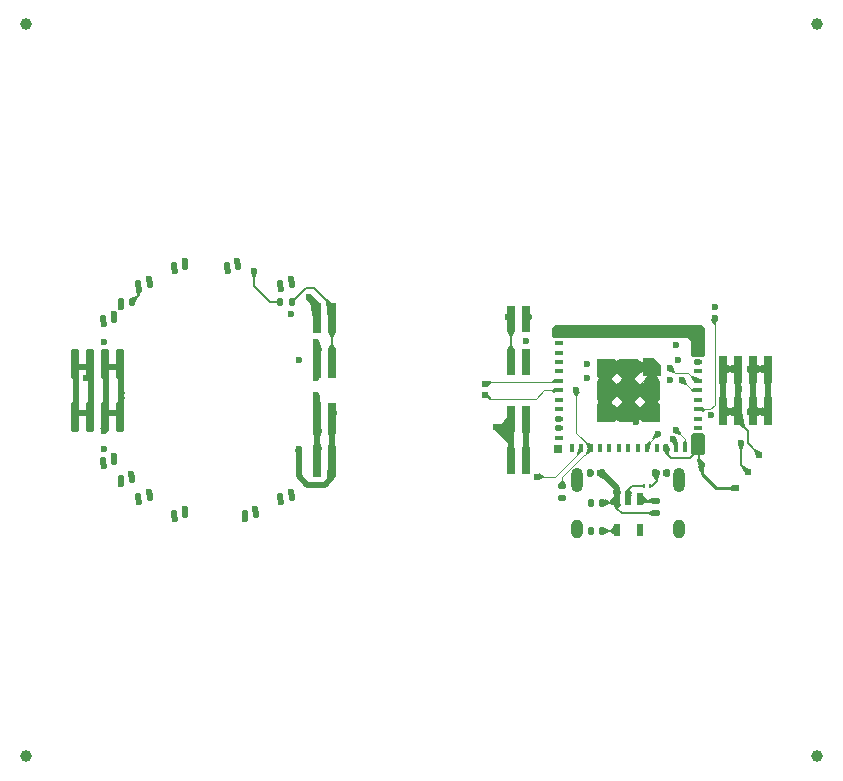
<source format=gbr>
%TF.GenerationSoftware,KiCad,Pcbnew,8.0.2-1*%
%TF.CreationDate,2025-05-16T10:32:14-07:00*%
%TF.ProjectId,Small_Pendant,536d616c-6c5f-4506-956e-64616e742e6b,rev?*%
%TF.SameCoordinates,Original*%
%TF.FileFunction,Copper,L4,Bot*%
%TF.FilePolarity,Positive*%
%FSLAX46Y46*%
G04 Gerber Fmt 4.6, Leading zero omitted, Abs format (unit mm)*
G04 Created by KiCad (PCBNEW 8.0.2-1) date 2025-05-16 10:32:14*
%MOMM*%
%LPD*%
G01*
G04 APERTURE LIST*
G04 Aperture macros list*
%AMRoundRect*
0 Rectangle with rounded corners*
0 $1 Rounding radius*
0 $2 $3 $4 $5 $6 $7 $8 $9 X,Y pos of 4 corners*
0 Add a 4 corners polygon primitive as box body*
4,1,4,$2,$3,$4,$5,$6,$7,$8,$9,$2,$3,0*
0 Add four circle primitives for the rounded corners*
1,1,$1+$1,$2,$3*
1,1,$1+$1,$4,$5*
1,1,$1+$1,$6,$7*
1,1,$1+$1,$8,$9*
0 Add four rect primitives between the rounded corners*
20,1,$1+$1,$2,$3,$4,$5,0*
20,1,$1+$1,$4,$5,$6,$7,0*
20,1,$1+$1,$6,$7,$8,$9,0*
20,1,$1+$1,$8,$9,$2,$3,0*%
%AMFreePoly0*
4,1,14,0.765355,0.765355,0.780000,0.730000,0.780000,-0.720000,0.765355,-0.755355,0.730000,-0.770000,-0.120000,-0.770000,-0.155355,-0.755355,-0.755355,-0.155355,-0.770000,-0.120000,-0.770000,0.730000,-0.755355,0.765355,-0.720000,0.780000,0.730000,0.780000,0.765355,0.765355,0.765355,0.765355,$1*%
G04 Aperture macros list end*
%TA.AperFunction,Conductor*%
%ADD10C,0.200000*%
%TD*%
%TA.AperFunction,ComponentPad*%
%ADD11O,1.000000X2.100000*%
%TD*%
%TA.AperFunction,ComponentPad*%
%ADD12O,1.000000X1.600000*%
%TD*%
%TA.AperFunction,SMDPad,CuDef*%
%ADD13RoundRect,0.140000X-0.140000X-0.170000X0.140000X-0.170000X0.140000X0.170000X-0.140000X0.170000X0*%
%TD*%
%TA.AperFunction,SMDPad,CuDef*%
%ADD14RoundRect,0.135000X-0.185000X0.135000X-0.185000X-0.135000X0.185000X-0.135000X0.185000X0.135000X0*%
%TD*%
%TA.AperFunction,SMDPad,CuDef*%
%ADD15R,0.800000X0.400000*%
%TD*%
%TA.AperFunction,SMDPad,CuDef*%
%ADD16R,0.400000X0.800000*%
%TD*%
%TA.AperFunction,SMDPad,CuDef*%
%ADD17R,1.450000X1.450000*%
%TD*%
%TA.AperFunction,SMDPad,CuDef*%
%ADD18FreePoly0,180.000000*%
%TD*%
%TA.AperFunction,SMDPad,CuDef*%
%ADD19R,0.700000X0.700000*%
%TD*%
%TA.AperFunction,SMDPad,CuDef*%
%ADD20C,1.000000*%
%TD*%
%TA.AperFunction,SMDPad,CuDef*%
%ADD21RoundRect,0.140000X0.140000X0.170000X-0.140000X0.170000X-0.140000X-0.170000X0.140000X-0.170000X0*%
%TD*%
%TA.AperFunction,SMDPad,CuDef*%
%ADD22R,0.620000X1.100000*%
%TD*%
%TA.AperFunction,SMDPad,CuDef*%
%ADD23R,0.500000X0.500000*%
%TD*%
%TA.AperFunction,SMDPad,CuDef*%
%ADD24RoundRect,0.185000X0.185000X-0.915000X0.185000X0.915000X-0.185000X0.915000X-0.185000X-0.915000X0*%
%TD*%
%TA.AperFunction,SMDPad,CuDef*%
%ADD25RoundRect,0.190000X0.190000X1.060000X-0.190000X1.060000X-0.190000X-1.060000X0.190000X-1.060000X0*%
%TD*%
%TA.AperFunction,SMDPad,CuDef*%
%ADD26RoundRect,0.185000X-0.185000X1.115000X-0.185000X-1.115000X0.185000X-1.115000X0.185000X1.115000X0*%
%TD*%
%TA.AperFunction,SMDPad,CuDef*%
%ADD27RoundRect,0.185000X-0.185000X0.915000X-0.185000X-0.915000X0.185000X-0.915000X0.185000X0.915000X0*%
%TD*%
%TA.AperFunction,SMDPad,CuDef*%
%ADD28RoundRect,0.135000X0.185000X-0.135000X0.185000X0.135000X-0.185000X0.135000X-0.185000X-0.135000X0*%
%TD*%
%TA.AperFunction,SMDPad,CuDef*%
%ADD29R,0.200000X0.350000*%
%TD*%
%TA.AperFunction,SMDPad,CuDef*%
%ADD30RoundRect,0.135000X0.135000X0.185000X-0.135000X0.185000X-0.135000X-0.185000X0.135000X-0.185000X0*%
%TD*%
%TA.AperFunction,ViaPad*%
%ADD31C,0.600000*%
%TD*%
%TA.AperFunction,Conductor*%
%ADD32C,0.500000*%
%TD*%
%TA.AperFunction,Conductor*%
%ADD33C,0.150000*%
%TD*%
%TA.AperFunction,Conductor*%
%ADD34C,0.250000*%
%TD*%
%TA.AperFunction,Conductor*%
%ADD35C,0.100000*%
%TD*%
G04 APERTURE END LIST*
D10*
%TO.N,Earth*%
X74900000Y-69000000D02*
X74200000Y-68300000D01*
X74900000Y-67600000D01*
X74900000Y-69000000D01*
%TA.AperFunction,Conductor*%
G36*
X74900000Y-69000000D02*
G01*
X74200000Y-68300000D01*
X74900000Y-67600000D01*
X74900000Y-69000000D01*
G37*
%TD.AperFunction*%
%TD*%
D11*
%TO.P,J1,S1,SHIELD*%
%TO.N,unconnected-(J1-SHIELD-PadS1)*%
X80680000Y-72590000D03*
%TO.P,J1,S2,SHIELD*%
%TO.N,unconnected-(J1-SHIELD-PadS2)*%
X89320000Y-72590000D03*
D12*
%TO.P,J1,S3,SHIELD*%
%TO.N,unconnected-(J1-SHIELD-PadS3)*%
X89320000Y-76770000D03*
%TO.P,J1,S4,SHIELD*%
%TO.N,unconnected-(J1-SHIELD-PadS4)*%
X80680000Y-76770000D03*
%TD*%
D13*
%TO.P,C20,1*%
%TO.N,+5VL*%
X40520000Y-59000000D03*
%TO.P,C20,2*%
%TO.N,GND*%
X41480000Y-59000000D03*
%TD*%
D14*
%TO.P,R12,1*%
%TO.N,LED_DATA*%
X79400000Y-73090000D03*
%TO.P,R12,2*%
%TO.N,+3V3*%
X79400000Y-74110000D03*
%TD*%
D15*
%TO.P,U1,1,GND*%
%TO.N,Earth*%
X90900000Y-61000000D03*
%TO.P,U1,2,GND*%
X90900000Y-61800000D03*
%TO.P,U1,3,3V3*%
%TO.N,+3V3*%
X90900000Y-62600000D03*
%TO.P,U1,4,NC*%
%TO.N,unconnected-(U1-NC-Pad4)*%
X90900000Y-63400000D03*
%TO.P,U1,5,GPIO2/ADC1_CH2*%
%TO.N,SDA*%
X90900000Y-64200000D03*
%TO.P,U1,6,GPIO3/ADC1_CH3*%
%TO.N,SCL*%
X90900000Y-65000000D03*
%TO.P,U1,7,NC*%
%TO.N,unconnected-(U1-NC-Pad7)*%
X90900000Y-65800000D03*
%TO.P,U1,8,EN/CHIP_PU*%
%TO.N,CHIP_EN*%
X90900000Y-66600000D03*
%TO.P,U1,9,NC*%
%TO.N,unconnected-(U1-NC-Pad9)*%
X90900000Y-67400000D03*
%TO.P,U1,10,NC*%
%TO.N,unconnected-(U1-NC-Pad10)*%
X90900000Y-68200000D03*
%TO.P,U1,11,GND*%
%TO.N,Earth*%
X90900000Y-69000000D03*
D16*
%TO.P,U1,12,GPIO0/ADC1_CH0/XTAL_32K_P*%
%TO.N,USR_BTN*%
X89800000Y-69900000D03*
%TO.P,U1,13,GPIO1/ADC1_CH1/XTAL_32K_N*%
%TO.N,/MCU/LED_BUILTIN*%
X89000000Y-69900000D03*
%TO.P,U1,14,GND*%
%TO.N,Earth*%
X88200000Y-69900000D03*
%TO.P,U1,15,NC*%
%TO.N,unconnected-(U1-NC-Pad15)*%
X87400000Y-69900000D03*
%TO.P,U1,16,GPIO10*%
%TO.N,IMU_INT*%
X86600000Y-69900000D03*
%TO.P,U1,17,NC*%
%TO.N,unconnected-(U1-NC-Pad17)*%
X85800000Y-69900000D03*
%TO.P,U1,18,GPIO4/ADC1_CH4*%
%TO.N,unconnected-(U1-GPIO4{slash}ADC1_CH4-Pad18)*%
X85000000Y-69900000D03*
%TO.P,U1,19,GPIO5/ADC2_CH0*%
%TO.N,unconnected-(U1-GPIO5{slash}ADC2_CH0-Pad19)*%
X84200000Y-69900000D03*
%TO.P,U1,20,GPIO6*%
%TO.N,unconnected-(U1-GPIO6-Pad20)*%
X83400000Y-69900000D03*
%TO.P,U1,21,GPIO7*%
%TO.N,unconnected-(U1-GPIO7-Pad21)*%
X82600000Y-69900000D03*
%TO.P,U1,22,GPIO8*%
%TO.N,LED_DATA*%
X81800000Y-69900000D03*
%TO.P,U1,23,GPIO9*%
%TO.N,GPIO9{slash}BOOT*%
X81000000Y-69900000D03*
%TO.P,U1,24,NC*%
%TO.N,unconnected-(U1-NC-Pad24)*%
X80200000Y-69900000D03*
D15*
%TO.P,U1,25,NC*%
%TO.N,unconnected-(U1-NC-Pad25)*%
X79100000Y-69000000D03*
%TO.P,U1,26,GPIO18/USB_D-*%
%TO.N,/MCU/USB_D'-*%
X79100000Y-68200000D03*
%TO.P,U1,27,GPIO19/USB_D+*%
%TO.N,/MCU/USB_D'+*%
X79100000Y-67400000D03*
%TO.P,U1,28,NC*%
%TO.N,unconnected-(U1-NC-Pad28)*%
X79100000Y-66600000D03*
%TO.P,U1,29,NC*%
%TO.N,unconnected-(U1-NC-Pad29)*%
X79100000Y-65800000D03*
%TO.P,U1,30,GPIO20/U0RXD*%
%TO.N,Net-(U1-GPIO20{slash}U0RXD)*%
X79100000Y-65000000D03*
%TO.P,U1,31,GPIO21/U0TXD*%
%TO.N,Net-(U1-GPIO21{slash}U0TXD)*%
X79100000Y-64200000D03*
%TO.P,U1,32,NC*%
%TO.N,unconnected-(U1-NC-Pad32)*%
X79100000Y-63400000D03*
%TO.P,U1,33,NC*%
%TO.N,unconnected-(U1-NC-Pad33)*%
X79100000Y-62600000D03*
%TO.P,U1,34,NC*%
%TO.N,unconnected-(U1-NC-Pad34)*%
X79100000Y-61800000D03*
%TO.P,U1,35,NC*%
%TO.N,unconnected-(U1-NC-Pad35)*%
X79100000Y-61000000D03*
D16*
%TO.P,U1,36,GND*%
%TO.N,Earth*%
X80200000Y-60100000D03*
%TO.P,U1,37,GND*%
X81000000Y-60100000D03*
%TO.P,U1,38,GND*%
X81800000Y-60100000D03*
%TO.P,U1,39,GND*%
X82600000Y-60100000D03*
%TO.P,U1,40,GND*%
X83400000Y-60100000D03*
%TO.P,U1,41,GND*%
X84200000Y-60100000D03*
%TO.P,U1,42,GND*%
X85000000Y-60100000D03*
%TO.P,U1,43,GND*%
X85800000Y-60100000D03*
%TO.P,U1,44,GND*%
X86600000Y-60100000D03*
%TO.P,U1,45,GND*%
X87400000Y-60100000D03*
%TO.P,U1,46,GND*%
X88200000Y-60100000D03*
%TO.P,U1,47,GND*%
X89000000Y-60100000D03*
%TO.P,U1,48,GND*%
X89800000Y-60100000D03*
D17*
%TO.P,U1,49,GND*%
X83030000Y-63030000D03*
X83030000Y-65000000D03*
X83030000Y-66980000D03*
X85000000Y-63030000D03*
X85000000Y-65000000D03*
X85000000Y-66980000D03*
D18*
X86980000Y-63020000D03*
D17*
X86980000Y-65000000D03*
X86980000Y-66980000D03*
D19*
%TO.P,U1,50,GND*%
X79050000Y-60050000D03*
%TO.P,U1,51,GND*%
X79050000Y-69950000D03*
%TO.P,U1,52,GND*%
X90950000Y-69950000D03*
%TO.P,U1,53,GND*%
X90950000Y-60050000D03*
%TD*%
D20*
%TO.P,REF\u002A\u002A,*%
%TO.N,*%
X34000000Y-96000000D03*
%TD*%
D21*
%TO.P,C17,1*%
%TO.N,+5VL*%
X47480000Y-54500000D03*
%TO.P,C17,2*%
%TO.N,GND*%
X46520000Y-54500000D03*
%TD*%
D13*
%TO.P,C21,1*%
%TO.N,+5VL*%
X40520000Y-71000000D03*
%TO.P,C21,2*%
%TO.N,GND*%
X41480000Y-71000000D03*
%TD*%
D21*
%TO.P,C28,1*%
%TO.N,+5VL*%
X51980000Y-54500000D03*
%TO.P,C28,2*%
%TO.N,GND*%
X51020000Y-54500000D03*
%TD*%
D22*
%TO.P,U2,1,VIN*%
%TO.N,+5V*%
X84050000Y-74200000D03*
%TO.P,U2,2,GND*%
%TO.N,Earth*%
X85000000Y-74200000D03*
%TO.P,U2,3,EN*%
%TO.N,Net-(U2-EN)*%
X85950000Y-74200000D03*
%TO.P,U2,4,NC*%
%TO.N,unconnected-(U2-NC-Pad4)*%
X85950000Y-76800000D03*
%TO.P,U2,5,VOUT*%
%TO.N,+3V3*%
X84050000Y-76800000D03*
%TD*%
D23*
%TO.P,TP3,1,1*%
%TO.N,+3V3*%
X95100000Y-71900000D03*
%TD*%
D13*
%TO.P,C16,1*%
%TO.N,+5V*%
X87270000Y-71990000D03*
%TO.P,C16,2*%
%TO.N,Earth*%
X88230000Y-71990000D03*
%TD*%
%TO.P,C27,1*%
%TO.N,+5VL*%
X55520000Y-56000000D03*
%TO.P,C27,2*%
%TO.N,GND*%
X56480000Y-56000000D03*
%TD*%
D24*
%TO.P,J2,1,Pin_1*%
%TO.N,+5V*%
X76330000Y-59000000D03*
%TO.P,J2,2,Pin_2*%
%TO.N,Earth*%
X76330000Y-62600000D03*
%TO.P,J2,3,Pin_3*%
%TO.N,LED_DATA_5V*%
X75070000Y-59000000D03*
%TO.P,J2,4,Pin_4*%
X75070000Y-62600000D03*
%TD*%
D20*
%TO.P,REF\u002A\u002A,*%
%TO.N,*%
X101000000Y-96000000D03*
%TD*%
D21*
%TO.P,C22,1*%
%TO.N,+5VL*%
X42980000Y-72500000D03*
%TO.P,C22,2*%
%TO.N,GND*%
X42020000Y-72500000D03*
%TD*%
%TO.P,C15,1*%
%TO.N,+5V*%
X82730000Y-71990000D03*
%TO.P,C15,2*%
%TO.N,Earth*%
X81770000Y-71990000D03*
%TD*%
D25*
%TO.P,J7,1,Pin_1*%
%TO.N,+5VL*%
X42000000Y-67250000D03*
%TO.P,J7,2,Pin_2*%
X42000000Y-62750000D03*
%TO.P,J7,3,Pin_3*%
X40730000Y-67250000D03*
%TO.P,J7,4,Pin_4*%
X40730000Y-62750000D03*
%TO.P,J7,5,Pin_5*%
%TO.N,GND*%
X39460000Y-67250000D03*
%TO.P,J7,6,Pin_6*%
X39460000Y-62750000D03*
%TO.P,J7,7,Pin_7*%
X38190000Y-67250000D03*
%TO.P,J7,8,Pin_8*%
X38190000Y-62750000D03*
%TD*%
D21*
%TO.P,C25,1*%
%TO.N,+5VL*%
X53480000Y-75500000D03*
%TO.P,C25,2*%
%TO.N,GND*%
X52520000Y-75500000D03*
%TD*%
D23*
%TO.P,TP4,1,1*%
%TO.N,+5V*%
X96100000Y-70500000D03*
%TD*%
D20*
%TO.P,REF\u002A\u002A,*%
%TO.N,*%
X34000000Y-34000000D03*
%TD*%
D23*
%TO.P,TP5,1,1*%
%TO.N,Earth*%
X94100000Y-73300000D03*
%TD*%
%TO.P,TP2,1,1*%
%TO.N,Net-(U1-GPIO20{slash}U0RXD)*%
X72900000Y-65400000D03*
%TD*%
D26*
%TO.P,J5,1,Pin_1*%
%TO.N,+5VL*%
X58670000Y-58900000D03*
%TO.P,J5,2,Pin_2*%
%TO.N,GND*%
X58670000Y-62700000D03*
%TO.P,J5,3,Pin_3*%
%TO.N,Net-(J5-Pin_3)*%
X59930000Y-58900000D03*
%TO.P,J5,4,Pin_4*%
X59930000Y-62700000D03*
%TD*%
D21*
%TO.P,C19,1*%
%TO.N,+5VL*%
X42980000Y-57500000D03*
%TO.P,C19,2*%
%TO.N,GND*%
X42020000Y-57500000D03*
%TD*%
D27*
%TO.P,J4,1,Pin_1*%
%TO.N,+5V*%
X93000000Y-63200000D03*
%TO.P,J4,2,Pin_2*%
X93000000Y-66800000D03*
%TO.P,J4,3,Pin_3*%
X94270000Y-63200000D03*
%TO.P,J4,4,Pin_4*%
X94270000Y-66800000D03*
%TO.P,J4,5,Pin_5*%
%TO.N,Earth*%
X95530000Y-63200000D03*
%TO.P,J4,6,Pin_6*%
X95530000Y-66800000D03*
%TO.P,J4,7,Pin_7*%
X96800000Y-63200000D03*
%TO.P,J4,8,Pin_8*%
X96800000Y-66800000D03*
%TD*%
D21*
%TO.P,C9,1*%
%TO.N,+3V3*%
X82780000Y-76900000D03*
%TO.P,C9,2*%
%TO.N,Earth*%
X81820000Y-76900000D03*
%TD*%
%TO.P,C24,1*%
%TO.N,+5VL*%
X47480000Y-75500000D03*
%TO.P,C24,2*%
%TO.N,GND*%
X46520000Y-75500000D03*
%TD*%
D28*
%TO.P,R7,1*%
%TO.N,+5V*%
X87300000Y-75410000D03*
%TO.P,R7,2*%
%TO.N,Net-(U2-EN)*%
X87300000Y-74390000D03*
%TD*%
D24*
%TO.P,J3,1,Pin_1*%
%TO.N,+5V*%
X76330000Y-71000000D03*
%TO.P,J3,2,Pin_2*%
X76330000Y-67400000D03*
%TO.P,J3,3,Pin_3*%
%TO.N,Earth*%
X75070000Y-71000000D03*
%TO.P,J3,4,Pin_4*%
X75070000Y-67400000D03*
%TD*%
D13*
%TO.P,C18,1*%
%TO.N,+5VL*%
X43520000Y-56000000D03*
%TO.P,C18,2*%
%TO.N,GND*%
X44480000Y-56000000D03*
%TD*%
D20*
%TO.P,REF\u002A\u002A,*%
%TO.N,*%
X101000000Y-34000000D03*
%TD*%
D29*
%TO.P,D2,1,K*%
%TO.N,+5V*%
X86800000Y-73100000D03*
%TO.P,D2,2,A*%
%TO.N,Earth*%
X86340000Y-73100000D03*
%TD*%
D13*
%TO.P,C23,1*%
%TO.N,+5VL*%
X43520000Y-74000000D03*
%TO.P,C23,2*%
%TO.N,GND*%
X44480000Y-74000000D03*
%TD*%
%TO.P,C26,1*%
%TO.N,+5VL*%
X55520000Y-74000000D03*
%TO.P,C26,2*%
%TO.N,GND*%
X56480000Y-74000000D03*
%TD*%
D23*
%TO.P,TP1,1,1*%
%TO.N,Net-(U1-GPIO21{slash}U0TXD)*%
X72900000Y-64500000D03*
%TD*%
D30*
%TO.P,R13,1*%
%TO.N,Net-(J5-Pin_3)*%
X56510000Y-57500000D03*
%TO.P,R13,2*%
%TO.N,DATA_IN*%
X55490000Y-57500000D03*
%TD*%
D26*
%TO.P,J6,1,Pin_1*%
%TO.N,+5VL*%
X58670000Y-67300000D03*
%TO.P,J6,2,Pin_2*%
X58670000Y-71100000D03*
%TO.P,J6,3,Pin_3*%
%TO.N,GND*%
X59930000Y-67300000D03*
%TO.P,J6,4,Pin_4*%
X59930000Y-71100000D03*
%TD*%
D21*
%TO.P,C8,1*%
%TO.N,+5V*%
X82780000Y-74500000D03*
%TO.P,C8,2*%
%TO.N,Earth*%
X81820000Y-74500000D03*
%TD*%
D31*
%TO.N,+5V*%
X76550000Y-58800000D03*
X82600000Y-71990000D03*
X76335000Y-71000000D03*
X94300000Y-64900000D03*
X87400000Y-71990000D03*
%TO.N,DATA_IN*%
X53325000Y-54925000D03*
%TO.N,Earth*%
X88200000Y-69900000D03*
X86975000Y-65000000D03*
X85000000Y-64200000D03*
X90950000Y-60050000D03*
X88200000Y-71990000D03*
X81820000Y-74500000D03*
X85000000Y-74062500D03*
X79050000Y-60050000D03*
X95335000Y-66800000D03*
X86000000Y-65000000D03*
X85000000Y-65800000D03*
X92300000Y-57920000D03*
X82700000Y-66000000D03*
X91200000Y-71300000D03*
X73820000Y-68100000D03*
X79050000Y-69950000D03*
X85680000Y-67700000D03*
X76335000Y-62600000D03*
X81800000Y-71990000D03*
X81820000Y-76900000D03*
X95335000Y-63200000D03*
X81500000Y-62800000D03*
X84000000Y-65000000D03*
X89000000Y-61200000D03*
%TO.N,/MCU/USB_D'-*%
X79100000Y-68200000D03*
%TO.N,/MCU/USB_D'+*%
X79100000Y-67400000D03*
%TO.N,+3V3*%
X79400000Y-74100000D03*
X92000000Y-67100000D03*
X76350000Y-60850000D03*
X89190000Y-62460000D03*
X88500000Y-64110000D03*
X81500000Y-63980000D03*
X94550000Y-69500000D03*
X84050000Y-76637500D03*
X90900000Y-62600000D03*
%TO.N,LED_DATA*%
X80600000Y-65000000D03*
%TO.N,USR_BTN*%
X89000000Y-68318199D03*
%TO.N,CHIP_EN*%
X92300000Y-58880000D03*
%TO.N,LED_DATA_5V*%
X74850000Y-58800000D03*
%TO.N,SDA*%
X88500000Y-63090000D03*
%TO.N,SCL*%
X89500000Y-64110000D03*
%TO.N,/MCU/LED_BUILTIN*%
X88800000Y-69100000D03*
%TO.N,IMU_INT*%
X87500000Y-68700000D03*
%TO.N,GPIO9{slash}BOOT*%
X77300000Y-72300000D03*
%TO.N,GND*%
X44425000Y-55575000D03*
X44425000Y-73575000D03*
X52575000Y-75925000D03*
X39075000Y-63925000D03*
X42075000Y-72925000D03*
X58575000Y-60925000D03*
X46575000Y-54925000D03*
X58575000Y-63925000D03*
X40575000Y-69925000D03*
X56425000Y-55575000D03*
X51075000Y-54925000D03*
X41425000Y-58575000D03*
X56425000Y-58575000D03*
X41425000Y-70575000D03*
X56425000Y-73575000D03*
X40575000Y-60925000D03*
X57075000Y-69925000D03*
X39075000Y-66925000D03*
X60075000Y-66925000D03*
X42075000Y-57925000D03*
X46575000Y-75925000D03*
%TO.N,+5VL*%
X53425000Y-75075000D03*
X42075000Y-65425000D03*
X40575000Y-59425000D03*
X43575000Y-74425000D03*
X47425000Y-54075000D03*
X58575000Y-65425000D03*
X58575000Y-71425000D03*
X47425000Y-75075000D03*
X43575000Y-56425000D03*
X51825000Y-54075000D03*
X58575000Y-59425000D03*
X55575000Y-56425000D03*
X40575000Y-68425000D03*
X40575000Y-62425000D03*
X40575000Y-71425000D03*
X42925000Y-72075000D03*
X58575000Y-68425000D03*
X57925000Y-57075000D03*
X55575000Y-74425000D03*
X57075000Y-62425000D03*
%TD*%
D32*
%TO.N,+5V*%
X76335000Y-71000000D02*
X76335000Y-67400000D01*
X84050000Y-74362500D02*
X84050000Y-73310000D01*
D10*
X86800000Y-73100000D02*
X87000000Y-73100000D01*
X95100000Y-69500000D02*
X95100000Y-68400000D01*
X82780000Y-74500000D02*
X83912500Y-74500000D01*
D32*
X92995000Y-66800000D02*
X92995000Y-63200000D01*
X94300000Y-64900000D02*
X94265000Y-64935000D01*
X84050000Y-73310000D02*
X82730000Y-71990000D01*
D10*
X87000000Y-73100000D02*
X87400000Y-72700000D01*
D32*
X94265000Y-64865000D02*
X94300000Y-64900000D01*
X76550000Y-58800000D02*
X76535000Y-58800000D01*
X76535000Y-58800000D02*
X76335000Y-59000000D01*
X94265000Y-66800000D02*
X92995000Y-66800000D01*
X94265000Y-64935000D02*
X94265000Y-66800000D01*
D10*
X87300000Y-75410000D02*
X84435001Y-75410000D01*
D32*
X94265000Y-63200000D02*
X94265000Y-64865000D01*
D10*
X84050000Y-75024999D02*
X84050000Y-74362500D01*
D32*
X92995000Y-63200000D02*
X94265000Y-63200000D01*
D10*
X87400000Y-72700000D02*
X87400000Y-72020000D01*
X94265000Y-67565000D02*
X94265000Y-66800000D01*
X96100000Y-70500000D02*
X95100000Y-69500000D01*
X95100000Y-68400000D02*
X94265000Y-67565000D01*
X84435001Y-75410000D02*
X84050000Y-75024999D01*
D33*
%TO.N,DATA_IN*%
X53325000Y-56125000D02*
X54700000Y-57500000D01*
X54700000Y-57500000D02*
X55490000Y-57500000D01*
X53325000Y-54925000D02*
X53325000Y-56125000D01*
D32*
%TO.N,Earth*%
X96805000Y-63200000D02*
X95535000Y-63200000D01*
X85000000Y-65000000D02*
X86975000Y-65000000D01*
D10*
X90200000Y-70700000D02*
X88600000Y-70700000D01*
X85680000Y-67655000D02*
X85000000Y-66975000D01*
D32*
X74365000Y-68100000D02*
X75065000Y-67400000D01*
D34*
X94100000Y-73300000D02*
X92400000Y-73300000D01*
D32*
X86975000Y-65000000D02*
X86975000Y-66975000D01*
X96805000Y-66800000D02*
X95535000Y-66800000D01*
X73820000Y-68100000D02*
X74365000Y-68100000D01*
X85000000Y-66975000D02*
X83025000Y-66975000D01*
X86975000Y-63025000D02*
X86975000Y-65000000D01*
D10*
X86340000Y-73100000D02*
X85300001Y-73100000D01*
X90950000Y-69950000D02*
X90950000Y-71050000D01*
D32*
X96805000Y-63200000D02*
X96805000Y-66800000D01*
D34*
X92400000Y-73300000D02*
X91200000Y-72100000D01*
D32*
X75065000Y-71000000D02*
X75065000Y-69345000D01*
X85000000Y-63025000D02*
X86975000Y-63025000D01*
X86975000Y-66975000D02*
X85000000Y-66975000D01*
X75065000Y-69345000D02*
X73820000Y-68100000D01*
D10*
X85680000Y-67700000D02*
X85680000Y-67655000D01*
D32*
X85000000Y-65000000D02*
X85000000Y-66975000D01*
X95535000Y-63200000D02*
X95535000Y-66800000D01*
D10*
X88200000Y-70300000D02*
X88200000Y-69900000D01*
D34*
X91200000Y-72100000D02*
X91200000Y-71300000D01*
D32*
X83025000Y-66975000D02*
X83025000Y-65000000D01*
D10*
X90950000Y-69950000D02*
X90200000Y-70700000D01*
X85000000Y-73400001D02*
X85000000Y-74062500D01*
X88600000Y-70700000D02*
X88200000Y-70300000D01*
D32*
X83025000Y-63025000D02*
X85000000Y-63025000D01*
X83025000Y-65000000D02*
X84000000Y-65000000D01*
X83025000Y-65000000D02*
X83025000Y-63025000D01*
X75065000Y-67400000D02*
X75065000Y-69345000D01*
X84000000Y-65000000D02*
X85000000Y-65000000D01*
D10*
X85300001Y-73100000D02*
X85000000Y-73400001D01*
X90950000Y-71050000D02*
X91200000Y-71300000D01*
D32*
X85000000Y-65000000D02*
X85000000Y-63025000D01*
D35*
%TO.N,Net-(U1-GPIO21{slash}U0TXD)*%
X79000000Y-64300000D02*
X79100000Y-64200000D01*
X72900000Y-64500000D02*
X73100000Y-64300000D01*
X73100000Y-64300000D02*
X79000000Y-64300000D01*
%TO.N,Net-(U1-GPIO20{slash}U0RXD)*%
X73200000Y-65700000D02*
X77150000Y-65700000D01*
X77850000Y-65000000D02*
X79100000Y-65000000D01*
X77150000Y-65700000D02*
X77850000Y-65000000D01*
X72900000Y-65400000D02*
X73200000Y-65700000D01*
D10*
%TO.N,+3V3*%
X83787500Y-76600000D02*
X84050000Y-76337500D01*
X94550000Y-69500000D02*
X94550000Y-71350000D01*
X82780000Y-76900000D02*
X83787500Y-76900000D01*
X94550000Y-71350000D02*
X95100000Y-71900000D01*
D35*
%TO.N,LED_DATA*%
X80600000Y-65000000D02*
X80600000Y-68600000D01*
X79400000Y-73090000D02*
X79400000Y-72300000D01*
X81800000Y-70000000D02*
X81800000Y-69900000D01*
X81350000Y-70450000D02*
X81800000Y-70000000D01*
X81250000Y-70450000D02*
X81350000Y-70450000D01*
X79400000Y-72300000D02*
X81250000Y-70450000D01*
X80600000Y-68600000D02*
X81800000Y-69800000D01*
%TO.N,USR_BTN*%
X89018199Y-68318199D02*
X89800000Y-69100000D01*
X89800000Y-69100000D02*
X89800000Y-69900000D01*
X89000000Y-68318199D02*
X89018199Y-68318199D01*
%TO.N,CHIP_EN*%
X90900000Y-66600000D02*
X91900000Y-66600000D01*
X91900000Y-66600000D02*
X92300000Y-66200000D01*
X92300000Y-66200000D02*
X92300000Y-58900000D01*
D33*
%TO.N,LED_DATA_5V*%
X75065000Y-59015000D02*
X75065000Y-62600000D01*
D35*
%TO.N,SDA*%
X90040000Y-63540000D02*
X90700000Y-64200000D01*
X88950000Y-63540000D02*
X90040000Y-63540000D01*
X88500000Y-63090000D02*
X88950000Y-63540000D01*
%TO.N,SCL*%
X89500000Y-64110000D02*
X90390000Y-65000000D01*
X90390000Y-65000000D02*
X90900000Y-65000000D01*
D33*
%TO.N,/MCU/LED_BUILTIN*%
X88800000Y-69100000D02*
X89000000Y-69300000D01*
X89000000Y-69300000D02*
X89000000Y-69900000D01*
D35*
%TO.N,IMU_INT*%
X87500000Y-68700000D02*
X86600000Y-69600000D01*
%TO.N,GPIO9{slash}BOOT*%
X81000000Y-70100000D02*
X81000000Y-69900000D01*
X77300000Y-72300000D02*
X78800000Y-72300000D01*
X78800000Y-72300000D02*
X81000000Y-70100000D01*
D34*
%TO.N,Net-(U2-EN)*%
X85950000Y-74362500D02*
X87272500Y-74362500D01*
D10*
%TO.N,GND*%
X46575000Y-54925000D02*
X46575000Y-54555000D01*
D32*
X57075000Y-69925000D02*
X57075000Y-72275000D01*
D10*
X41425000Y-70575000D02*
X41425000Y-70945000D01*
X41480000Y-59000000D02*
X41480000Y-58630000D01*
X44425000Y-55575000D02*
X44425000Y-55945000D01*
D32*
X57800000Y-73000000D02*
X59300000Y-73000000D01*
X57075000Y-72275000D02*
X57800000Y-73000000D01*
D10*
X52575000Y-75925000D02*
X52575000Y-75555000D01*
X56480000Y-73630000D02*
X56425000Y-73575000D01*
X46575000Y-75925000D02*
X46575000Y-75555000D01*
X41425000Y-70945000D02*
X41480000Y-71000000D01*
X44425000Y-73575000D02*
X44425000Y-73945000D01*
X44425000Y-73945000D02*
X44480000Y-74000000D01*
X41480000Y-58630000D02*
X41425000Y-58575000D01*
D32*
X39465000Y-66950000D02*
X39465000Y-63050000D01*
D10*
X52575000Y-75555000D02*
X52520000Y-75500000D01*
X44425000Y-55945000D02*
X44480000Y-56000000D01*
D32*
X59935000Y-72365000D02*
X59935000Y-71150000D01*
X59935000Y-67250000D02*
X59935000Y-71150000D01*
X38195000Y-63050000D02*
X38195000Y-66950000D01*
D10*
X46575000Y-75555000D02*
X46520000Y-75500000D01*
X46575000Y-54555000D02*
X46520000Y-54500000D01*
D32*
X58665000Y-61015000D02*
X58575000Y-60925000D01*
X38195000Y-66950000D02*
X39465000Y-66950000D01*
D10*
X50975000Y-54545000D02*
X51020000Y-54500000D01*
D32*
X39465000Y-63050000D02*
X38195000Y-63050000D01*
X59300000Y-73000000D02*
X59935000Y-72365000D01*
X58665000Y-62750000D02*
X58665000Y-61015000D01*
D10*
X56480000Y-74000000D02*
X56480000Y-73630000D01*
X50975000Y-54925000D02*
X50975000Y-54545000D01*
D32*
%TO.N,+5VL*%
X58665000Y-71150000D02*
X58665000Y-68515000D01*
X42005000Y-63050000D02*
X40735000Y-63050000D01*
X42005000Y-66950000D02*
X40735000Y-66950000D01*
X58665000Y-68515000D02*
X58575000Y-68425000D01*
D10*
X55575000Y-56055000D02*
X55575000Y-56425000D01*
D32*
X40735000Y-66950000D02*
X40735000Y-68265000D01*
X42005000Y-65355000D02*
X42005000Y-63050000D01*
D10*
X55575000Y-74055000D02*
X55520000Y-74000000D01*
X40575000Y-71055000D02*
X40520000Y-71000000D01*
D32*
X58665000Y-68335000D02*
X58665000Y-67250000D01*
D10*
X42980000Y-72130000D02*
X42925000Y-72075000D01*
D32*
X58665000Y-58850000D02*
X58665000Y-57815000D01*
D10*
X42980000Y-72500000D02*
X42980000Y-72130000D01*
X43575000Y-56425000D02*
X43575000Y-56905000D01*
X55575000Y-74425000D02*
X55575000Y-74055000D01*
X43575000Y-56905000D02*
X42980000Y-57500000D01*
X53480000Y-75130000D02*
X53425000Y-75075000D01*
D32*
X42075000Y-65425000D02*
X42005000Y-65355000D01*
X42005000Y-66950000D02*
X42005000Y-65495000D01*
D10*
X51980000Y-54230000D02*
X51825000Y-54075000D01*
D32*
X40735000Y-63050000D02*
X40735000Y-66950000D01*
X58665000Y-57815000D02*
X57925000Y-57075000D01*
X40735000Y-68265000D02*
X40575000Y-68425000D01*
X42005000Y-65495000D02*
X42075000Y-65425000D01*
X58575000Y-68425000D02*
X58665000Y-68335000D01*
D10*
X53480000Y-75500000D02*
X53480000Y-75130000D01*
X47425000Y-54075000D02*
X47425000Y-54445000D01*
D32*
X58575000Y-65425000D02*
X58575000Y-67160000D01*
D10*
X47425000Y-75075000D02*
X47425000Y-75445000D01*
X40575000Y-71425000D02*
X40575000Y-71055000D01*
X47425000Y-75445000D02*
X47480000Y-75500000D01*
X55520000Y-56000000D02*
X55575000Y-56055000D01*
X47425000Y-54445000D02*
X47480000Y-54500000D01*
X51980000Y-54500000D02*
X51980000Y-54230000D01*
D33*
%TO.N,Net-(J5-Pin_3)*%
X59935000Y-57835000D02*
X59935000Y-58850000D01*
X59935000Y-58850000D02*
X59935000Y-62750000D01*
X57710000Y-56300000D02*
X58400000Y-56300000D01*
X56510000Y-57500000D02*
X57710000Y-56300000D01*
X58400000Y-56300000D02*
X59935000Y-57835000D01*
%TD*%
%TA.AperFunction,Conductor*%
%TO.N,LED_DATA*%
G36*
X81500660Y-69425293D02*
G01*
X81736424Y-69497817D01*
X81743324Y-69503525D01*
X81744567Y-69507347D01*
X81799330Y-69891065D01*
X81797106Y-69899739D01*
X81791473Y-69903809D01*
X81610733Y-69964532D01*
X81601799Y-69963918D01*
X81596044Y-69957528D01*
X81425849Y-69500975D01*
X81426170Y-69492029D01*
X81428536Y-69488621D01*
X81488954Y-69428203D01*
X81497226Y-69424777D01*
X81500660Y-69425293D01*
G37*
%TD.AperFunction*%
%TD*%
%TA.AperFunction,Conductor*%
%TO.N,Earth*%
G36*
X87222507Y-64403427D02*
G01*
X87225894Y-64410728D01*
X87273947Y-64987370D01*
X87271219Y-64995900D01*
X87263259Y-65000002D01*
X87262326Y-65000042D01*
X86975039Y-65000999D01*
X86974961Y-65000999D01*
X86687673Y-65000042D01*
X86679411Y-64996588D01*
X86676012Y-64988303D01*
X86676052Y-64987370D01*
X86724106Y-64410728D01*
X86728208Y-64402768D01*
X86735766Y-64400000D01*
X87214234Y-64400000D01*
X87222507Y-64403427D01*
G37*
%TD.AperFunction*%
%TD*%
%TA.AperFunction,Conductor*%
%TO.N,Earth*%
G36*
X86261693Y-66261684D02*
G01*
X86972695Y-66971706D01*
X86976128Y-66979977D01*
X86972707Y-66988252D01*
X86972681Y-66988278D01*
X86261743Y-67695791D01*
X86253462Y-67699198D01*
X86247055Y-67697269D01*
X85535265Y-67228467D01*
X85530240Y-67221055D01*
X85530000Y-67218696D01*
X85530000Y-66731358D01*
X85533427Y-66723085D01*
X85535331Y-66721544D01*
X86247064Y-66260144D01*
X86255868Y-66258521D01*
X86261693Y-66261684D01*
G37*
%TD.AperFunction*%
%TD*%
%TA.AperFunction,Conductor*%
%TO.N,+5VL*%
G36*
X58864114Y-68424963D02*
G01*
X58872375Y-68428417D01*
X58875746Y-68435861D01*
X58914141Y-68994596D01*
X58911290Y-69003085D01*
X58903271Y-69007070D01*
X58902469Y-69007098D01*
X58424129Y-69007098D01*
X58415856Y-69003671D01*
X58412780Y-68998243D01*
X58300283Y-68549566D01*
X58301595Y-68540708D01*
X58307119Y-68535926D01*
X58572822Y-68424909D01*
X58577362Y-68424007D01*
X58864114Y-68424963D01*
G37*
%TD.AperFunction*%
%TD*%
%TA.AperFunction,Conductor*%
%TO.N,+5VL*%
G36*
X58824963Y-65633427D02*
G01*
X58827737Y-65637846D01*
X58967948Y-66039769D01*
X58968284Y-66046329D01*
X58679526Y-67260927D01*
X58674278Y-67268183D01*
X58665437Y-67269604D01*
X58658181Y-67264356D01*
X58657039Y-67261908D01*
X58300679Y-66187048D01*
X58300097Y-66182839D01*
X58324497Y-65641173D01*
X58328293Y-65633063D01*
X58336185Y-65630000D01*
X58816690Y-65630000D01*
X58824963Y-65633427D01*
G37*
%TD.AperFunction*%
%TD*%
%TA.AperFunction,Conductor*%
%TO.N,Earth*%
G36*
X96432121Y-62832914D02*
G01*
X96435066Y-62835052D01*
X96792693Y-63191716D01*
X96796131Y-63199984D01*
X96792715Y-63208262D01*
X96792693Y-63208284D01*
X96435066Y-63564947D01*
X96426788Y-63568363D01*
X96423194Y-63567792D01*
X96068090Y-63452623D01*
X96061278Y-63446811D01*
X96060000Y-63441494D01*
X96060000Y-62958505D01*
X96063427Y-62950232D01*
X96068089Y-62947376D01*
X96423194Y-62832207D01*
X96432121Y-62832914D01*
G37*
%TD.AperFunction*%
%TD*%
%TA.AperFunction,Conductor*%
%TO.N,+5VL*%
G36*
X58144687Y-56871854D02*
G01*
X58145313Y-56872537D01*
X58519086Y-57314269D01*
X58521814Y-57322798D01*
X58518427Y-57330099D01*
X58180099Y-57668427D01*
X58171826Y-57671854D01*
X58164269Y-57669086D01*
X57722541Y-57295317D01*
X57718440Y-57287358D01*
X57721168Y-57278828D01*
X57721783Y-57278156D01*
X57924293Y-57074293D01*
X58128142Y-56871798D01*
X58136425Y-56868400D01*
X58144687Y-56871854D01*
G37*
%TD.AperFunction*%
%TD*%
%TA.AperFunction,Conductor*%
%TO.N,LED_DATA_5V*%
G36*
X75141594Y-61133427D02*
G01*
X75143395Y-61135750D01*
X75423119Y-61609464D01*
X75424374Y-61618329D01*
X75424050Y-61619382D01*
X75081006Y-62570485D01*
X75074975Y-62577104D01*
X75066030Y-62577521D01*
X75059411Y-62571490D01*
X75058994Y-62570485D01*
X74715912Y-61619278D01*
X74716329Y-61610333D01*
X74716743Y-61609533D01*
X74986634Y-61135907D01*
X74993707Y-61130416D01*
X74996799Y-61130000D01*
X75133321Y-61130000D01*
X75141594Y-61133427D01*
G37*
%TD.AperFunction*%
%TD*%
%TA.AperFunction,Conductor*%
%TO.N,+5V*%
G36*
X94513950Y-65333427D02*
G01*
X94517081Y-65339087D01*
X94536748Y-65424943D01*
X94625150Y-65810855D01*
X94624751Y-65817437D01*
X94281006Y-66770485D01*
X94274975Y-66777104D01*
X94266030Y-66777521D01*
X94259411Y-66771490D01*
X94258994Y-66770485D01*
X93915248Y-65817437D01*
X93915204Y-65817317D01*
X93914757Y-65810964D01*
X94013059Y-65339313D01*
X94018102Y-65331913D01*
X94024513Y-65330000D01*
X94505677Y-65330000D01*
X94513950Y-65333427D01*
G37*
%TD.AperFunction*%
%TD*%
%TA.AperFunction,Conductor*%
%TO.N,GND*%
G36*
X59571799Y-71069725D02*
G01*
X59921019Y-71098494D01*
X59928981Y-71102588D01*
X59931696Y-71108964D01*
X60063367Y-72396285D01*
X60061906Y-72403246D01*
X59822730Y-72825035D01*
X59815668Y-72830541D01*
X59806781Y-72829442D01*
X59804279Y-72827537D01*
X59465362Y-72488620D01*
X59461935Y-72480347D01*
X59461963Y-72479536D01*
X59559178Y-71080573D01*
X59563170Y-71072559D01*
X59571661Y-71069714D01*
X59571799Y-71069725D01*
G37*
%TD.AperFunction*%
%TD*%
%TA.AperFunction,Conductor*%
%TO.N,+5V*%
G36*
X87278756Y-71994347D02*
G01*
X87543592Y-72156086D01*
X87548867Y-72163322D01*
X87549112Y-72167454D01*
X87501228Y-72569683D01*
X87496847Y-72577493D01*
X87489610Y-72580000D01*
X87305542Y-72580000D01*
X87297269Y-72576573D01*
X87296489Y-72575711D01*
X87050734Y-72275510D01*
X87048145Y-72266938D01*
X87050680Y-72260753D01*
X87263556Y-71996984D01*
X87271418Y-71992699D01*
X87278756Y-71994347D01*
G37*
%TD.AperFunction*%
%TD*%
%TA.AperFunction,Conductor*%
%TO.N,Earth*%
G36*
X91265677Y-59519685D02*
G01*
X91286319Y-59536319D01*
X91463681Y-59713681D01*
X91497166Y-59775004D01*
X91500000Y-59801362D01*
X91500000Y-61898638D01*
X91480315Y-61965677D01*
X91463681Y-61986319D01*
X91286319Y-62163681D01*
X91224996Y-62197166D01*
X91198638Y-62200000D01*
X91146709Y-62200000D01*
X91095201Y-62188796D01*
X91089067Y-62185995D01*
X90964774Y-62149500D01*
X90964772Y-62149500D01*
X90835228Y-62149500D01*
X90835226Y-62149500D01*
X90710932Y-62185995D01*
X90704799Y-62188796D01*
X90653291Y-62200000D01*
X90601362Y-62200000D01*
X90534323Y-62180315D01*
X90513681Y-62163681D01*
X90336319Y-61986319D01*
X90302834Y-61924996D01*
X90300000Y-61898638D01*
X90300000Y-60850000D01*
X90050000Y-60600000D01*
X78801362Y-60600000D01*
X78734323Y-60580315D01*
X78713681Y-60563681D01*
X78536319Y-60386319D01*
X78502834Y-60324996D01*
X78500000Y-60298638D01*
X78500000Y-59801362D01*
X78519685Y-59734323D01*
X78536319Y-59713681D01*
X78713681Y-59536319D01*
X78775004Y-59502834D01*
X78801362Y-59500000D01*
X91198638Y-59500000D01*
X91265677Y-59519685D01*
G37*
%TD.AperFunction*%
%TD*%
%TA.AperFunction,Conductor*%
%TO.N,GND*%
G36*
X52597346Y-75439200D02*
G01*
X52598691Y-75440811D01*
X52781589Y-75704865D01*
X52783483Y-75713617D01*
X52780272Y-75719773D01*
X52581243Y-75920133D01*
X52572981Y-75923587D01*
X52568452Y-75922691D01*
X52416959Y-75859715D01*
X52310651Y-75815522D01*
X52304327Y-75809182D01*
X52304338Y-75800227D01*
X52305249Y-75798471D01*
X52448598Y-75571804D01*
X52450205Y-75569795D01*
X52580801Y-75439199D01*
X52589073Y-75435773D01*
X52597346Y-75439200D01*
G37*
%TD.AperFunction*%
%TD*%
%TA.AperFunction,Conductor*%
%TO.N,+5VL*%
G36*
X52112040Y-54074956D02*
G01*
X52120301Y-54078410D01*
X52123700Y-54086695D01*
X52123635Y-54087888D01*
X52081108Y-54489532D01*
X52076829Y-54497398D01*
X52069473Y-54500000D01*
X51884091Y-54500000D01*
X51876800Y-54497450D01*
X51623087Y-54295275D01*
X51618752Y-54287439D01*
X51621228Y-54278834D01*
X51622080Y-54277876D01*
X51821555Y-54077461D01*
X51829817Y-54074016D01*
X52112040Y-54074956D01*
G37*
%TD.AperFunction*%
%TD*%
%TA.AperFunction,Conductor*%
%TO.N,+5V*%
G36*
X93010589Y-63228509D02*
G01*
X93011006Y-63229514D01*
X93354751Y-64182562D01*
X93355150Y-64189144D01*
X93263144Y-64590792D01*
X93247134Y-64660687D01*
X93247082Y-64660912D01*
X93241894Y-64668212D01*
X93235677Y-64670000D01*
X92754513Y-64670000D01*
X92746240Y-64666573D01*
X92743059Y-64660687D01*
X92739328Y-64642788D01*
X92644757Y-64189035D01*
X92645204Y-64182683D01*
X92988994Y-63229513D01*
X92995025Y-63222895D01*
X93003970Y-63222478D01*
X93010589Y-63228509D01*
G37*
%TD.AperFunction*%
%TD*%
%TA.AperFunction,Conductor*%
%TO.N,Earth*%
G36*
X83276970Y-65533427D02*
G01*
X83278466Y-65535262D01*
X83560300Y-65963176D01*
X83747270Y-66247055D01*
X83748959Y-66255849D01*
X83745792Y-66261743D01*
X83038278Y-66972681D01*
X83030013Y-66976128D01*
X83021732Y-66972721D01*
X83021706Y-66972695D01*
X82311684Y-66261693D01*
X82308263Y-66253418D01*
X82310144Y-66247064D01*
X82771541Y-65535336D01*
X82778917Y-65530258D01*
X82781359Y-65530000D01*
X83268697Y-65530000D01*
X83276970Y-65533427D01*
G37*
%TD.AperFunction*%
%TD*%
%TA.AperFunction,Conductor*%
%TO.N,+3V3*%
G36*
X83747582Y-76542521D02*
G01*
X84042049Y-76792405D01*
X84046140Y-76800371D01*
X84043400Y-76808896D01*
X84043375Y-76808925D01*
X83746086Y-77156947D01*
X83738107Y-77161012D01*
X83731717Y-77159689D01*
X83436227Y-77003295D01*
X83430518Y-76996396D01*
X83430000Y-76992954D01*
X83430000Y-76805404D01*
X83433427Y-76797131D01*
X83434103Y-76796506D01*
X83732428Y-76542532D01*
X83740949Y-76539780D01*
X83747582Y-76542521D01*
G37*
%TD.AperFunction*%
%TD*%
%TA.AperFunction,Conductor*%
%TO.N,+5VL*%
G36*
X47528211Y-75077582D02*
G01*
X47709435Y-75223317D01*
X47713735Y-75231172D01*
X47711221Y-75239767D01*
X47710864Y-75240190D01*
X47487529Y-75492494D01*
X47479479Y-75496417D01*
X47471275Y-75493725D01*
X47218165Y-75282684D01*
X47214006Y-75274754D01*
X47215483Y-75267922D01*
X47321637Y-75080924D01*
X47328702Y-75075421D01*
X47331812Y-75075000D01*
X47520879Y-75075000D01*
X47528211Y-75077582D01*
G37*
%TD.AperFunction*%
%TD*%
%TA.AperFunction,Conductor*%
%TO.N,+5VL*%
G36*
X58910742Y-70846329D02*
G01*
X58914169Y-70854602D01*
X58914141Y-70855404D01*
X58875746Y-71414138D01*
X58871761Y-71422157D01*
X58864113Y-71425036D01*
X58577367Y-71425992D01*
X58572817Y-71425088D01*
X58572606Y-71425000D01*
X58524784Y-71405018D01*
X58307121Y-71314074D01*
X58300809Y-71307722D01*
X58300283Y-71300434D01*
X58384562Y-70964299D01*
X58412780Y-70851757D01*
X58418116Y-70844565D01*
X58424129Y-70842902D01*
X58902469Y-70842902D01*
X58910742Y-70846329D01*
G37*
%TD.AperFunction*%
%TD*%
%TA.AperFunction,Conductor*%
%TO.N,Earth*%
G36*
X83038252Y-63037292D02*
G01*
X83745792Y-63748256D01*
X83749199Y-63756537D01*
X83747270Y-63762944D01*
X83408729Y-64276956D01*
X83278515Y-64474664D01*
X83278468Y-64474735D01*
X83271056Y-64479760D01*
X83268697Y-64480000D01*
X82781359Y-64480000D01*
X82773086Y-64476573D01*
X82771541Y-64474664D01*
X82310145Y-63762937D01*
X82308521Y-63754131D01*
X82311683Y-63748307D01*
X83021708Y-63037302D01*
X83029977Y-63033871D01*
X83038252Y-63037292D01*
G37*
%TD.AperFunction*%
%TD*%
%TA.AperFunction,Conductor*%
%TO.N,GND*%
G36*
X44431543Y-55577307D02*
G01*
X44689348Y-55684477D01*
X44695672Y-55690817D01*
X44695661Y-55699772D01*
X44694745Y-55701535D01*
X44551405Y-55928189D01*
X44549790Y-55930208D01*
X44419199Y-56060799D01*
X44410926Y-56064226D01*
X44402653Y-56060799D01*
X44401308Y-56059188D01*
X44310571Y-55928189D01*
X44218409Y-55795132D01*
X44216516Y-55786382D01*
X44219725Y-55780228D01*
X44418757Y-55579865D01*
X44427018Y-55576412D01*
X44431543Y-55577307D01*
G37*
%TD.AperFunction*%
%TD*%
%TA.AperFunction,Conductor*%
%TO.N,LED_DATA*%
G36*
X79452314Y-72553427D02*
G01*
X79453504Y-72554819D01*
X79663741Y-72843945D01*
X79665835Y-72852652D01*
X79662023Y-72859596D01*
X79407745Y-73084160D01*
X79399275Y-73087068D01*
X79392255Y-73084160D01*
X79137976Y-72859596D01*
X79134043Y-72851551D01*
X79136257Y-72843946D01*
X79346496Y-72554819D01*
X79354133Y-72550143D01*
X79355959Y-72550000D01*
X79444041Y-72550000D01*
X79452314Y-72553427D01*
G37*
%TD.AperFunction*%
%TD*%
%TA.AperFunction,Conductor*%
%TO.N,Earth*%
G36*
X91467318Y-71410691D02*
G01*
X91473629Y-71417042D01*
X91473970Y-71424987D01*
X91327571Y-71891801D01*
X91321825Y-71898670D01*
X91316407Y-71900000D01*
X91083593Y-71900000D01*
X91075320Y-71896573D01*
X91072429Y-71891801D01*
X90926029Y-71424987D01*
X90926823Y-71416068D01*
X90932679Y-71410692D01*
X91195490Y-71300883D01*
X91204444Y-71300857D01*
X91467318Y-71410691D01*
G37*
%TD.AperFunction*%
%TD*%
%TA.AperFunction,Conductor*%
%TO.N,+5V*%
G36*
X76340589Y-67428509D02*
G01*
X76341006Y-67429514D01*
X76684794Y-68382680D01*
X76685242Y-68389037D01*
X76586941Y-68860687D01*
X76581898Y-68868087D01*
X76575487Y-68870000D01*
X76094323Y-68870000D01*
X76086050Y-68866573D01*
X76082918Y-68860912D01*
X76082866Y-68860687D01*
X75974849Y-68389144D01*
X75975248Y-68382562D01*
X76318994Y-67429514D01*
X76325025Y-67422895D01*
X76333970Y-67422478D01*
X76340589Y-67428509D01*
G37*
%TD.AperFunction*%
%TD*%
%TA.AperFunction,Conductor*%
%TO.N,+5VL*%
G36*
X43779392Y-56509399D02*
G01*
X43840058Y-56534747D01*
X43846370Y-56541099D01*
X43846343Y-56550054D01*
X43845758Y-56551255D01*
X43568407Y-57047067D01*
X43561377Y-57052614D01*
X43552484Y-57051566D01*
X43549923Y-57049628D01*
X43421441Y-56921146D01*
X43418572Y-56916445D01*
X43301120Y-56550050D01*
X43301858Y-56541125D01*
X43307769Y-56535675D01*
X43571206Y-56426163D01*
X43580159Y-56426153D01*
X43779392Y-56509399D01*
G37*
%TD.AperFunction*%
%TD*%
%TA.AperFunction,Conductor*%
%TO.N,GND*%
G36*
X56432252Y-73577030D02*
G01*
X56691588Y-73685386D01*
X56697900Y-73691738D01*
X56697963Y-73700469D01*
X56582919Y-73992587D01*
X56576699Y-73999029D01*
X56572033Y-74000000D01*
X56385688Y-74000000D01*
X56377415Y-73996573D01*
X56376486Y-73995525D01*
X56374179Y-73992587D01*
X56219261Y-73795274D01*
X56216847Y-73786651D01*
X56220169Y-73779796D01*
X56419453Y-73579572D01*
X56427717Y-73576127D01*
X56432252Y-73577030D01*
G37*
%TD.AperFunction*%
%TD*%
%TA.AperFunction,Conductor*%
%TO.N,+5V*%
G36*
X76583760Y-69533427D02*
G01*
X76586941Y-69539313D01*
X76685242Y-70010962D01*
X76684794Y-70017319D01*
X76341006Y-70970485D01*
X76334975Y-70977104D01*
X76326030Y-70977521D01*
X76319411Y-70971490D01*
X76318994Y-70970485D01*
X75975248Y-70017437D01*
X75974849Y-70010855D01*
X76082918Y-69539087D01*
X76088106Y-69531788D01*
X76094323Y-69530000D01*
X76575487Y-69530000D01*
X76583760Y-69533427D01*
G37*
%TD.AperFunction*%
%TD*%
%TA.AperFunction,Conductor*%
%TO.N,GND*%
G36*
X46597346Y-54439200D02*
G01*
X46598691Y-54440811D01*
X46781589Y-54704865D01*
X46783483Y-54713617D01*
X46780272Y-54719773D01*
X46581243Y-54920133D01*
X46572981Y-54923587D01*
X46568452Y-54922691D01*
X46416959Y-54859715D01*
X46310651Y-54815522D01*
X46304327Y-54809182D01*
X46304338Y-54800227D01*
X46305249Y-54798471D01*
X46448598Y-54571804D01*
X46450205Y-54569795D01*
X46580801Y-54439199D01*
X46589073Y-54435773D01*
X46597346Y-54439200D01*
G37*
%TD.AperFunction*%
%TD*%
%TA.AperFunction,Conductor*%
%TO.N,+5V*%
G36*
X95751595Y-70006638D02*
G01*
X96194278Y-70245005D01*
X96199937Y-70251944D01*
X96199555Y-70259747D01*
X96102564Y-70496180D01*
X96096253Y-70502533D01*
X96096180Y-70502564D01*
X95859747Y-70599555D01*
X95850792Y-70599524D01*
X95845005Y-70594278D01*
X95606638Y-70151596D01*
X95605734Y-70142689D01*
X95608666Y-70137780D01*
X95737779Y-70008667D01*
X95746051Y-70005241D01*
X95751595Y-70006638D01*
G37*
%TD.AperFunction*%
%TD*%
%TA.AperFunction,Conductor*%
%TO.N,+5V*%
G36*
X93376804Y-62832207D02*
G01*
X93731909Y-62947376D01*
X93738722Y-62953188D01*
X93740000Y-62958505D01*
X93740000Y-63441494D01*
X93736573Y-63449767D01*
X93731909Y-63452623D01*
X93376804Y-63567792D01*
X93367878Y-63567085D01*
X93364933Y-63564947D01*
X93007305Y-63208283D01*
X93003868Y-63200016D01*
X93007284Y-63191738D01*
X93007306Y-63191716D01*
X93364935Y-62835051D01*
X93373211Y-62831636D01*
X93376804Y-62832207D01*
G37*
%TD.AperFunction*%
%TD*%
%TA.AperFunction,Conductor*%
%TO.N,Earth*%
G36*
X75080589Y-67428509D02*
G01*
X75081006Y-67429514D01*
X75424751Y-68382562D01*
X75425150Y-68389144D01*
X75333144Y-68790792D01*
X75317134Y-68860687D01*
X75317082Y-68860912D01*
X75311894Y-68868212D01*
X75305677Y-68870000D01*
X74824513Y-68870000D01*
X74816240Y-68866573D01*
X74813059Y-68860687D01*
X74809328Y-68842788D01*
X74714757Y-68389035D01*
X74715204Y-68382683D01*
X75058994Y-67429513D01*
X75065025Y-67422895D01*
X75073970Y-67422478D01*
X75080589Y-67428509D01*
G37*
%TD.AperFunction*%
%TD*%
%TA.AperFunction,Conductor*%
%TO.N,+5VL*%
G36*
X58913950Y-69433427D02*
G01*
X58917081Y-69439087D01*
X58917133Y-69439313D01*
X59025228Y-69911191D01*
X59025030Y-69917164D01*
X58681207Y-71063630D01*
X58675548Y-71070570D01*
X58666639Y-71071476D01*
X58659699Y-71065817D01*
X58658793Y-71063630D01*
X58525691Y-70619809D01*
X58314933Y-69917044D01*
X58314687Y-69911300D01*
X58413059Y-69439313D01*
X58418102Y-69431913D01*
X58424513Y-69430000D01*
X58905677Y-69430000D01*
X58913950Y-69433427D01*
G37*
%TD.AperFunction*%
%TD*%
%TA.AperFunction,Conductor*%
%TO.N,GND*%
G36*
X41528211Y-70577582D02*
G01*
X41709435Y-70723317D01*
X41713735Y-70731172D01*
X41711221Y-70739767D01*
X41710864Y-70740190D01*
X41487529Y-70992494D01*
X41479479Y-70996417D01*
X41471275Y-70993725D01*
X41218165Y-70782684D01*
X41214006Y-70774754D01*
X41215483Y-70767922D01*
X41321637Y-70580924D01*
X41328702Y-70575421D01*
X41331812Y-70575000D01*
X41520879Y-70575000D01*
X41528211Y-70577582D01*
G37*
%TD.AperFunction*%
%TD*%
%TA.AperFunction,Conductor*%
%TO.N,GND*%
G36*
X46528724Y-75506274D02*
G01*
X46781834Y-75717315D01*
X46785993Y-75725245D01*
X46784516Y-75732077D01*
X46678363Y-75919076D01*
X46671299Y-75924579D01*
X46668188Y-75925000D01*
X46479121Y-75925000D01*
X46471789Y-75922418D01*
X46290564Y-75776682D01*
X46286264Y-75768827D01*
X46288778Y-75760232D01*
X46289108Y-75759840D01*
X46512472Y-75507503D01*
X46520520Y-75503582D01*
X46528724Y-75506274D01*
G37*
%TD.AperFunction*%
%TD*%
%TA.AperFunction,Conductor*%
%TO.N,Earth*%
G36*
X88395892Y-69880130D02*
G01*
X88400241Y-69887957D01*
X88400314Y-69889007D01*
X88412008Y-70365696D01*
X88408786Y-70374051D01*
X88408585Y-70374256D01*
X88279863Y-70502978D01*
X88271590Y-70506405D01*
X88263317Y-70502978D01*
X88262526Y-70502103D01*
X88101311Y-70304564D01*
X88098735Y-70295987D01*
X88099033Y-70294298D01*
X88197307Y-69907113D01*
X88202663Y-69899939D01*
X88207305Y-69898371D01*
X88387283Y-69877671D01*
X88395892Y-69880130D01*
G37*
%TD.AperFunction*%
%TD*%
%TA.AperFunction,Conductor*%
%TO.N,+5VL*%
G36*
X40597346Y-70939200D02*
G01*
X40598691Y-70940811D01*
X40781589Y-71204865D01*
X40783483Y-71213617D01*
X40780272Y-71219773D01*
X40581243Y-71420133D01*
X40572981Y-71423587D01*
X40568452Y-71422691D01*
X40416959Y-71359715D01*
X40310651Y-71315522D01*
X40304327Y-71309182D01*
X40304338Y-71300227D01*
X40305249Y-71298471D01*
X40448598Y-71071804D01*
X40450205Y-71069795D01*
X40580801Y-70939199D01*
X40589073Y-70935773D01*
X40597346Y-70939200D01*
G37*
%TD.AperFunction*%
%TD*%
%TA.AperFunction,Conductor*%
%TO.N,GND*%
G36*
X50961863Y-54441864D02*
G01*
X51090710Y-54570711D01*
X51276014Y-54704821D01*
X51280707Y-54712447D01*
X51278632Y-54721159D01*
X51277427Y-54722572D01*
X51079839Y-54920160D01*
X51071566Y-54923587D01*
X51067056Y-54922683D01*
X50808444Y-54814627D01*
X50802133Y-54808276D01*
X50802084Y-54799511D01*
X50942719Y-54445812D01*
X50948959Y-54439393D01*
X50957913Y-54439265D01*
X50961863Y-54441864D01*
G37*
%TD.AperFunction*%
%TD*%
%TA.AperFunction,Conductor*%
%TO.N,Earth*%
G36*
X86970900Y-64703780D02*
G01*
X86975002Y-64711740D01*
X86975042Y-64712673D01*
X86976000Y-65000000D01*
X86976000Y-65000078D01*
X86975042Y-65287326D01*
X86971588Y-65295588D01*
X86963303Y-65298987D01*
X86962370Y-65298947D01*
X86385728Y-65250894D01*
X86377768Y-65246792D01*
X86375000Y-65239234D01*
X86375000Y-64760766D01*
X86378427Y-64752493D01*
X86385728Y-64749106D01*
X86962371Y-64701052D01*
X86970900Y-64703780D01*
G37*
%TD.AperFunction*%
%TD*%
%TA.AperFunction,Conductor*%
%TO.N,Earth*%
G36*
X95777963Y-66283189D02*
G01*
X95781390Y-66291462D01*
X95780979Y-66294535D01*
X95615642Y-66902023D01*
X95610163Y-66909105D01*
X95601280Y-66910239D01*
X95599909Y-66909773D01*
X95335066Y-66801027D01*
X95335011Y-66800972D01*
X95335000Y-66801000D01*
X95069949Y-66690256D01*
X95063637Y-66683904D01*
X95063664Y-66674949D01*
X95064248Y-66673750D01*
X95276723Y-66294535D01*
X95281649Y-66285743D01*
X95288683Y-66280201D01*
X95291856Y-66279762D01*
X95769690Y-66279762D01*
X95777963Y-66283189D01*
G37*
%TD.AperFunction*%
%TD*%
%TA.AperFunction,Conductor*%
%TO.N,Earth*%
G36*
X74039687Y-67896854D02*
G01*
X74040313Y-67897537D01*
X74414086Y-68339269D01*
X74416814Y-68347798D01*
X74413427Y-68355099D01*
X74075099Y-68693427D01*
X74066826Y-68696854D01*
X74059269Y-68694086D01*
X73617541Y-68320317D01*
X73613440Y-68312358D01*
X73616168Y-68303828D01*
X73616783Y-68303156D01*
X73819293Y-68099293D01*
X74023142Y-67896798D01*
X74031425Y-67893400D01*
X74039687Y-67896854D01*
G37*
%TD.AperFunction*%
%TD*%
%TA.AperFunction,Conductor*%
%TO.N,GND*%
G36*
X44431543Y-73577307D02*
G01*
X44689348Y-73684477D01*
X44695672Y-73690817D01*
X44695661Y-73699772D01*
X44694745Y-73701535D01*
X44551405Y-73928189D01*
X44549790Y-73930208D01*
X44419199Y-74060799D01*
X44410926Y-74064226D01*
X44402653Y-74060799D01*
X44401308Y-74059188D01*
X44310571Y-73928189D01*
X44218409Y-73795132D01*
X44216516Y-73786382D01*
X44219725Y-73780228D01*
X44418757Y-73579865D01*
X44427018Y-73576412D01*
X44431543Y-73577307D01*
G37*
%TD.AperFunction*%
%TD*%
%TA.AperFunction,Conductor*%
%TO.N,+5V*%
G36*
X83011106Y-74224577D02*
G01*
X83333806Y-74396696D01*
X83339493Y-74403613D01*
X83340000Y-74407019D01*
X83340000Y-74592980D01*
X83336573Y-74601253D01*
X83333806Y-74603303D01*
X83011106Y-74775422D01*
X83002194Y-74776292D01*
X82996456Y-74772398D01*
X82861467Y-74603303D01*
X82784825Y-74507297D01*
X82782343Y-74498696D01*
X82784825Y-74492703D01*
X82996457Y-74227599D01*
X83004296Y-74223273D01*
X83011106Y-74224577D01*
G37*
%TD.AperFunction*%
%TD*%
%TA.AperFunction,Conductor*%
%TO.N,+5VL*%
G36*
X47528211Y-54077582D02*
G01*
X47709435Y-54223317D01*
X47713735Y-54231172D01*
X47711221Y-54239767D01*
X47710864Y-54240190D01*
X47487529Y-54492494D01*
X47479479Y-54496417D01*
X47471275Y-54493725D01*
X47218165Y-54282684D01*
X47214006Y-54274754D01*
X47215483Y-54267922D01*
X47321637Y-54080924D01*
X47328702Y-54075421D01*
X47331812Y-54075000D01*
X47520879Y-54075000D01*
X47528211Y-54077582D01*
G37*
%TD.AperFunction*%
%TD*%
%TA.AperFunction,Conductor*%
%TO.N,Earth*%
G36*
X85149565Y-65803427D02*
G01*
X85152992Y-65811700D01*
X85149565Y-65819973D01*
X85143782Y-65823132D01*
X84740989Y-65910851D01*
X84732176Y-65909263D01*
X84727067Y-65901909D01*
X84727112Y-65896728D01*
X84747869Y-65809005D01*
X84753109Y-65801744D01*
X84759255Y-65800000D01*
X85141292Y-65800000D01*
X85149565Y-65803427D01*
G37*
%TD.AperFunction*%
%TD*%
%TA.AperFunction,Conductor*%
%TO.N,+5VL*%
G36*
X55597346Y-55939200D02*
G01*
X55598691Y-55940811D01*
X55781589Y-56204865D01*
X55783483Y-56213617D01*
X55780272Y-56219773D01*
X55581243Y-56420133D01*
X55572981Y-56423587D01*
X55568452Y-56422691D01*
X55416959Y-56359715D01*
X55310651Y-56315522D01*
X55304327Y-56309182D01*
X55304338Y-56300227D01*
X55305249Y-56298471D01*
X55448598Y-56071804D01*
X55450205Y-56069795D01*
X55580801Y-55939199D01*
X55589073Y-55935773D01*
X55597346Y-55939200D01*
G37*
%TD.AperFunction*%
%TD*%
%TA.AperFunction,Conductor*%
%TO.N,Earth*%
G36*
X96810589Y-63228509D02*
G01*
X96811006Y-63229514D01*
X97154794Y-64182680D01*
X97155242Y-64189037D01*
X97056941Y-64660687D01*
X97051898Y-64668087D01*
X97045487Y-64670000D01*
X96564323Y-64670000D01*
X96556050Y-64666573D01*
X96552918Y-64660912D01*
X96552866Y-64660687D01*
X96444849Y-64189144D01*
X96445248Y-64182562D01*
X96788994Y-63229514D01*
X96795025Y-63222895D01*
X96803970Y-63222478D01*
X96810589Y-63228509D01*
G37*
%TD.AperFunction*%
%TD*%
%TA.AperFunction,Conductor*%
%TO.N,Earth*%
G36*
X85995378Y-64775423D02*
G01*
X85999892Y-64783156D01*
X86000000Y-64784739D01*
X86000000Y-65231275D01*
X85996573Y-65239548D01*
X85988300Y-65242975D01*
X85983171Y-65241791D01*
X85735643Y-65121052D01*
X85729709Y-65114345D01*
X85730256Y-65105407D01*
X85731451Y-65103464D01*
X85978984Y-64777660D01*
X85986717Y-64773147D01*
X85995378Y-64775423D01*
G37*
%TD.AperFunction*%
%TD*%
%TA.AperFunction,Conductor*%
%TO.N,IMU_INT*%
G36*
X86813082Y-69330240D02*
G01*
X86872652Y-69389810D01*
X86876079Y-69398083D01*
X86875966Y-69399707D01*
X86801728Y-69929421D01*
X86797186Y-69937138D01*
X86788517Y-69939384D01*
X86787797Y-69939260D01*
X86607733Y-69902433D01*
X86600314Y-69897418D01*
X86598435Y-69892136D01*
X86559891Y-69506732D01*
X86562478Y-69498161D01*
X86564715Y-69496062D01*
X86798000Y-69329000D01*
X86806718Y-69326970D01*
X86813082Y-69330240D01*
G37*
%TD.AperFunction*%
%TD*%
%TA.AperFunction,Conductor*%
%TO.N,+5VL*%
G36*
X42253739Y-64842351D02*
G01*
X42256925Y-64848261D01*
X42350217Y-65300752D01*
X42348531Y-65309547D01*
X42343269Y-65313911D01*
X42077182Y-65425088D01*
X42072632Y-65425992D01*
X41786269Y-65425037D01*
X41778007Y-65421583D01*
X41774615Y-65413737D01*
X41755413Y-64851023D01*
X41758556Y-64842638D01*
X41766707Y-64838931D01*
X41767106Y-64838924D01*
X42245466Y-64838924D01*
X42253739Y-64842351D01*
G37*
%TD.AperFunction*%
%TD*%
%TA.AperFunction,Conductor*%
%TO.N,Earth*%
G36*
X85251951Y-65533427D02*
G01*
X85253465Y-65535288D01*
X85719790Y-66247048D01*
X85721457Y-66255846D01*
X85718282Y-66261727D01*
X85008279Y-66972709D01*
X85000008Y-66976142D01*
X84991733Y-66972721D01*
X84991721Y-66972709D01*
X84678396Y-66658952D01*
X84281716Y-66261725D01*
X84278296Y-66253452D01*
X84280208Y-66247050D01*
X84746535Y-65535287D01*
X84753936Y-65530246D01*
X84756322Y-65530000D01*
X85243678Y-65530000D01*
X85251951Y-65533427D01*
G37*
%TD.AperFunction*%
%TD*%
%TA.AperFunction,Conductor*%
%TO.N,Earth*%
G36*
X74223711Y-67883617D02*
G01*
X74229574Y-67886792D01*
X74565483Y-68222701D01*
X74568910Y-68230974D01*
X74565483Y-68239247D01*
X74559676Y-68242411D01*
X73944316Y-68375112D01*
X73935507Y-68373506D01*
X73931054Y-68368186D01*
X73873722Y-68230974D01*
X73821171Y-68105204D01*
X73821145Y-68096251D01*
X73931083Y-67831788D01*
X73937422Y-67825466D01*
X73944293Y-67824832D01*
X74223711Y-67883617D01*
G37*
%TD.AperFunction*%
%TD*%
%TA.AperFunction,Conductor*%
%TO.N,Earth*%
G36*
X88485949Y-69899966D02*
G01*
X88494213Y-69903412D01*
X88497620Y-69911693D01*
X88497421Y-69913813D01*
X88412797Y-70367146D01*
X88409569Y-70373272D01*
X88280523Y-70502318D01*
X88272250Y-70505745D01*
X88263977Y-70502318D01*
X88262697Y-70500800D01*
X87993543Y-70120158D01*
X87991564Y-70111424D01*
X87994793Y-70105160D01*
X88195851Y-69902757D01*
X88204111Y-69899304D01*
X88485949Y-69899966D01*
G37*
%TD.AperFunction*%
%TD*%
%TA.AperFunction,Conductor*%
%TO.N,GND*%
G36*
X39065642Y-66724189D02*
G01*
X39069956Y-66732036D01*
X39070027Y-66733321D01*
X39070027Y-67179538D01*
X39066600Y-67187811D01*
X39058327Y-67191238D01*
X39052393Y-67189621D01*
X38809480Y-67046658D01*
X38804088Y-67039509D01*
X38805331Y-67030641D01*
X38806277Y-67029266D01*
X39049196Y-66726005D01*
X39057042Y-66721692D01*
X39065642Y-66724189D01*
G37*
%TD.AperFunction*%
%TD*%
%TA.AperFunction,Conductor*%
%TO.N,Earth*%
G36*
X84281693Y-66261684D02*
G01*
X84992695Y-66971706D01*
X84996128Y-66979977D01*
X84992707Y-66988252D01*
X84992681Y-66988278D01*
X84281743Y-67695791D01*
X84273462Y-67699198D01*
X84267055Y-67697269D01*
X83555265Y-67228467D01*
X83550240Y-67221055D01*
X83550000Y-67218696D01*
X83550000Y-66731358D01*
X83553427Y-66723085D01*
X83555331Y-66721544D01*
X84267064Y-66260144D01*
X84275868Y-66258521D01*
X84281693Y-66261684D01*
G37*
%TD.AperFunction*%
%TD*%
%TA.AperFunction,Conductor*%
%TO.N,Earth*%
G36*
X88395892Y-69880130D02*
G01*
X88400241Y-69887957D01*
X88400314Y-69889007D01*
X88412008Y-70365696D01*
X88408786Y-70374051D01*
X88408585Y-70374256D01*
X88279863Y-70502978D01*
X88271590Y-70506405D01*
X88263317Y-70502978D01*
X88262526Y-70502103D01*
X88101311Y-70304564D01*
X88098735Y-70295987D01*
X88099033Y-70294298D01*
X88197307Y-69907113D01*
X88202663Y-69899939D01*
X88207305Y-69898371D01*
X88387283Y-69877671D01*
X88395892Y-69880130D01*
G37*
%TD.AperFunction*%
%TD*%
%TA.AperFunction,Conductor*%
%TO.N,GND*%
G36*
X58864114Y-60924963D02*
G01*
X58872375Y-60928417D01*
X58875746Y-60935861D01*
X58914141Y-61494596D01*
X58911290Y-61503085D01*
X58903271Y-61507070D01*
X58902469Y-61507098D01*
X58424129Y-61507098D01*
X58415856Y-61503671D01*
X58412780Y-61498243D01*
X58300283Y-61049566D01*
X58301595Y-61040708D01*
X58307119Y-61035926D01*
X58572822Y-60924909D01*
X58577362Y-60924007D01*
X58864114Y-60924963D01*
G37*
%TD.AperFunction*%
%TD*%
%TA.AperFunction,Conductor*%
%TO.N,GND*%
G36*
X41503920Y-58512626D02*
G01*
X41503983Y-58512689D01*
X41711335Y-58723228D01*
X41714699Y-58731527D01*
X41711767Y-58739185D01*
X41489448Y-58990812D01*
X41481402Y-58994743D01*
X41472933Y-58991833D01*
X41471935Y-58990837D01*
X41249435Y-58740490D01*
X41246500Y-58732030D01*
X41250408Y-58723973D01*
X41251128Y-58723382D01*
X41354290Y-58645711D01*
X41487375Y-58512625D01*
X41495647Y-58509199D01*
X41503920Y-58512626D01*
G37*
%TD.AperFunction*%
%TD*%
%TA.AperFunction,Conductor*%
%TO.N,+5V*%
G36*
X94637249Y-66730711D02*
G01*
X94642202Y-66738171D01*
X94642211Y-66738217D01*
X94893009Y-68046664D01*
X94891201Y-68055435D01*
X94889791Y-68057140D01*
X94759667Y-68187264D01*
X94751394Y-68190691D01*
X94744723Y-68188603D01*
X94333551Y-67903263D01*
X94328708Y-67895731D01*
X94328540Y-67894293D01*
X94269842Y-66809449D01*
X94272817Y-66801005D01*
X94279274Y-66797337D01*
X94628471Y-66728938D01*
X94637249Y-66730711D01*
G37*
%TD.AperFunction*%
%TD*%
%TA.AperFunction,Conductor*%
%TO.N,Earth*%
G36*
X91265677Y-68619685D02*
G01*
X91286319Y-68636319D01*
X91463681Y-68813681D01*
X91497166Y-68875004D01*
X91500000Y-68901362D01*
X91500000Y-70198638D01*
X91480315Y-70265677D01*
X91463681Y-70286319D01*
X91286319Y-70463681D01*
X91224996Y-70497166D01*
X91198638Y-70500000D01*
X90601362Y-70500000D01*
X90534323Y-70480315D01*
X90513681Y-70463681D01*
X90336319Y-70286319D01*
X90302834Y-70224996D01*
X90300000Y-70198638D01*
X90300000Y-68901362D01*
X90319685Y-68834323D01*
X90336319Y-68813681D01*
X90513681Y-68636319D01*
X90575004Y-68602834D01*
X90601362Y-68600000D01*
X91198638Y-68600000D01*
X91265677Y-68619685D01*
G37*
%TD.AperFunction*%
%TD*%
%TA.AperFunction,Conductor*%
%TO.N,+5V*%
G36*
X94586548Y-64899955D02*
G01*
X94594810Y-64903409D01*
X94598209Y-64911694D01*
X94598091Y-64913315D01*
X94516439Y-65482998D01*
X94511873Y-65490701D01*
X94504857Y-65493038D01*
X94026408Y-65493038D01*
X94018135Y-65489611D01*
X94014712Y-65481634D01*
X94007187Y-65184150D01*
X94000302Y-64911955D01*
X94003518Y-64903599D01*
X94011702Y-64899964D01*
X94011947Y-64899960D01*
X94300000Y-64899000D01*
X94586548Y-64899955D01*
G37*
%TD.AperFunction*%
%TD*%
%TA.AperFunction,Conductor*%
%TO.N,+5V*%
G36*
X83748899Y-74011515D02*
G01*
X84041038Y-74193785D01*
X84046243Y-74201070D01*
X84044771Y-74209903D01*
X84044749Y-74209939D01*
X83744760Y-74686949D01*
X83737455Y-74692128D01*
X83731444Y-74691911D01*
X83438288Y-74602527D01*
X83431374Y-74596837D01*
X83430000Y-74591336D01*
X83430000Y-74404049D01*
X83432504Y-74396816D01*
X83733513Y-74014207D01*
X83741321Y-74009824D01*
X83748899Y-74011515D01*
G37*
%TD.AperFunction*%
%TD*%
%TA.AperFunction,Conductor*%
%TO.N,+5VL*%
G36*
X58377411Y-57177490D02*
G01*
X58378872Y-57179272D01*
X58657512Y-57597097D01*
X58659478Y-57603487D01*
X58670618Y-58890474D01*
X58667262Y-58898776D01*
X58660576Y-58902157D01*
X58310988Y-58952194D01*
X58302313Y-58949974D01*
X58297852Y-58942878D01*
X58018608Y-57527076D01*
X58020369Y-57518298D01*
X58021809Y-57516546D01*
X58360866Y-57177489D01*
X58369138Y-57174063D01*
X58377411Y-57177490D01*
G37*
%TD.AperFunction*%
%TD*%
%TA.AperFunction,Conductor*%
%TO.N,+5VL*%
G36*
X58680301Y-67334182D02*
G01*
X58681207Y-67336369D01*
X59025030Y-68482835D01*
X59025228Y-68488808D01*
X58917134Y-68960687D01*
X58917082Y-68960912D01*
X58911894Y-68968212D01*
X58905677Y-68970000D01*
X58424513Y-68970000D01*
X58416240Y-68966573D01*
X58413059Y-68960687D01*
X58409098Y-68941685D01*
X58314687Y-68488699D01*
X58314933Y-68482955D01*
X58658793Y-67336368D01*
X58664452Y-67329429D01*
X58673361Y-67328523D01*
X58680301Y-67334182D01*
G37*
%TD.AperFunction*%
%TD*%
%TA.AperFunction,Conductor*%
%TO.N,GPIO9{slash}BOOT*%
G36*
X80950390Y-69885075D02*
G01*
X80991820Y-69896782D01*
X80998850Y-69902329D01*
X81000329Y-69908519D01*
X80984580Y-70293740D01*
X80980818Y-70301866D01*
X80978974Y-70303256D01*
X80701788Y-70471994D01*
X80692939Y-70473369D01*
X80687431Y-70470273D01*
X80628236Y-70411078D01*
X80624809Y-70402805D01*
X80625344Y-70399307D01*
X80796597Y-69853426D01*
X80802343Y-69846560D01*
X80810939Y-69845671D01*
X80950390Y-69885075D01*
G37*
%TD.AperFunction*%
%TD*%
%TA.AperFunction,Conductor*%
%TO.N,Earth*%
G36*
X93855962Y-73055938D02*
G01*
X94092676Y-73291710D01*
X94096119Y-73299977D01*
X94092709Y-73308257D01*
X94092676Y-73308290D01*
X93855962Y-73544061D01*
X93847682Y-73547471D01*
X93842473Y-73546236D01*
X93606468Y-73428234D01*
X93600600Y-73421469D01*
X93600000Y-73417769D01*
X93600000Y-73182231D01*
X93603427Y-73173958D01*
X93606468Y-73171766D01*
X93842474Y-73053762D01*
X93851405Y-73053128D01*
X93855962Y-73055938D01*
G37*
%TD.AperFunction*%
%TD*%
%TA.AperFunction,Conductor*%
%TO.N,SCL*%
G36*
X90506378Y-64803194D02*
G01*
X90859282Y-64979958D01*
X90877167Y-64988916D01*
X90883029Y-64995685D01*
X90882388Y-65004617D01*
X90876180Y-65010277D01*
X90506663Y-65154465D01*
X90497710Y-65154280D01*
X90494647Y-65152318D01*
X90323695Y-65000707D01*
X90300298Y-64979957D01*
X90296383Y-64971905D01*
X90299309Y-64963442D01*
X90299773Y-64962949D01*
X90361080Y-64901641D01*
X90362439Y-64900477D01*
X90494239Y-64804207D01*
X90502940Y-64802095D01*
X90506378Y-64803194D01*
G37*
%TD.AperFunction*%
%TD*%
%TA.AperFunction,Conductor*%
%TO.N,+5V*%
G36*
X93243950Y-65333427D02*
G01*
X93247081Y-65339087D01*
X93266748Y-65424943D01*
X93355150Y-65810855D01*
X93354751Y-65817437D01*
X93011006Y-66770485D01*
X93004975Y-66777104D01*
X92996030Y-66777521D01*
X92989411Y-66771490D01*
X92988994Y-66770485D01*
X92645248Y-65817437D01*
X92645204Y-65817317D01*
X92644757Y-65810964D01*
X92743059Y-65339313D01*
X92748102Y-65331913D01*
X92754513Y-65330000D01*
X93235677Y-65330000D01*
X93243950Y-65333427D01*
G37*
%TD.AperFunction*%
%TD*%
%TA.AperFunction,Conductor*%
%TO.N,+5VL*%
G36*
X47431543Y-75077307D02*
G01*
X47689348Y-75184477D01*
X47695672Y-75190817D01*
X47695661Y-75199772D01*
X47694745Y-75201535D01*
X47551405Y-75428189D01*
X47549790Y-75430208D01*
X47419199Y-75560799D01*
X47410926Y-75564226D01*
X47402653Y-75560799D01*
X47401308Y-75559188D01*
X47310571Y-75428189D01*
X47218409Y-75295132D01*
X47216516Y-75286382D01*
X47219725Y-75280228D01*
X47418757Y-75079865D01*
X47427018Y-75076412D01*
X47431543Y-75077307D01*
G37*
%TD.AperFunction*%
%TD*%
%TA.AperFunction,Conductor*%
%TO.N,LED_DATA*%
G36*
X81791474Y-69896190D02*
G01*
X81798224Y-69902073D01*
X81799330Y-69908934D01*
X81744567Y-70292652D01*
X81740005Y-70300358D01*
X81736424Y-70302182D01*
X81500666Y-70374705D01*
X81491751Y-70373862D01*
X81488953Y-70371795D01*
X81428539Y-70311381D01*
X81425112Y-70303108D01*
X81425847Y-70299027D01*
X81596045Y-69842468D01*
X81602145Y-69835915D01*
X81610733Y-69835466D01*
X81791474Y-69896190D01*
G37*
%TD.AperFunction*%
%TD*%
%TA.AperFunction,Conductor*%
%TO.N,Earth*%
G36*
X85251951Y-63553427D02*
G01*
X85253465Y-63555288D01*
X85719790Y-64267048D01*
X85721457Y-64275846D01*
X85718282Y-64281727D01*
X85008279Y-64992709D01*
X85000008Y-64996142D01*
X84991733Y-64992721D01*
X84991721Y-64992709D01*
X84678396Y-64678952D01*
X84281716Y-64281725D01*
X84278296Y-64273452D01*
X84280208Y-64267050D01*
X84746535Y-63555287D01*
X84753936Y-63550246D01*
X84756322Y-63550000D01*
X85243678Y-63550000D01*
X85251951Y-63553427D01*
G37*
%TD.AperFunction*%
%TD*%
%TA.AperFunction,Conductor*%
%TO.N,Earth*%
G36*
X84281693Y-62311684D02*
G01*
X84992695Y-63021706D01*
X84996128Y-63029977D01*
X84992707Y-63038252D01*
X84992681Y-63038278D01*
X84281743Y-63745791D01*
X84273462Y-63749198D01*
X84267055Y-63747269D01*
X83555265Y-63278467D01*
X83550240Y-63271055D01*
X83550000Y-63268696D01*
X83550000Y-62781358D01*
X83553427Y-62773085D01*
X83555331Y-62771544D01*
X84267064Y-62310144D01*
X84275868Y-62308521D01*
X84281693Y-62311684D01*
G37*
%TD.AperFunction*%
%TD*%
%TA.AperFunction,Conductor*%
%TO.N,+3V3*%
G36*
X94751595Y-71406638D02*
G01*
X95194278Y-71645005D01*
X95199937Y-71651944D01*
X95199555Y-71659747D01*
X95102564Y-71896180D01*
X95096253Y-71902533D01*
X95096180Y-71902564D01*
X94859747Y-71999555D01*
X94850792Y-71999524D01*
X94845005Y-71994278D01*
X94606638Y-71551596D01*
X94605734Y-71542689D01*
X94608666Y-71537780D01*
X94737779Y-71408667D01*
X94746051Y-71405241D01*
X94751595Y-71406638D01*
G37*
%TD.AperFunction*%
%TD*%
%TA.AperFunction,Conductor*%
%TO.N,Earth*%
G36*
X84980014Y-73295410D02*
G01*
X84981569Y-73296716D01*
X85112890Y-73428037D01*
X85113366Y-73428542D01*
X85304455Y-73643755D01*
X85307385Y-73652216D01*
X85305896Y-73657272D01*
X85009977Y-74181768D01*
X85002927Y-74187290D01*
X84994038Y-74186209D01*
X84989375Y-74181355D01*
X84720277Y-73656277D01*
X84719554Y-73647353D01*
X84721109Y-73644226D01*
X84963718Y-73298270D01*
X84971273Y-73293465D01*
X84980014Y-73295410D01*
G37*
%TD.AperFunction*%
%TD*%
%TA.AperFunction,Conductor*%
%TO.N,Earth*%
G36*
X95608864Y-63090253D02*
G01*
X95615176Y-63096605D01*
X95615642Y-63097976D01*
X95780979Y-63705465D01*
X95779845Y-63714348D01*
X95772763Y-63719827D01*
X95769690Y-63720238D01*
X95291856Y-63720238D01*
X95283583Y-63716811D01*
X95281649Y-63714257D01*
X95064253Y-63326258D01*
X95063199Y-63317365D01*
X95068741Y-63310332D01*
X95069935Y-63309749D01*
X95335000Y-63199000D01*
X95335005Y-63199012D01*
X95335062Y-63198974D01*
X95599911Y-63090226D01*
X95608864Y-63090253D01*
G37*
%TD.AperFunction*%
%TD*%
%TA.AperFunction,Conductor*%
%TO.N,GND*%
G36*
X60183760Y-69433427D02*
G01*
X60186941Y-69439313D01*
X60285312Y-69911298D01*
X60285065Y-69917046D01*
X59941207Y-71063630D01*
X59935548Y-71070570D01*
X59926639Y-71071476D01*
X59919699Y-71065817D01*
X59918793Y-71063630D01*
X59843403Y-70812246D01*
X59574968Y-69917161D01*
X59574771Y-69911195D01*
X59682918Y-69439086D01*
X59688106Y-69431788D01*
X59694323Y-69430000D01*
X60175487Y-69430000D01*
X60183760Y-69433427D01*
G37*
%TD.AperFunction*%
%TD*%
%TA.AperFunction,Conductor*%
%TO.N,Earth*%
G36*
X85100090Y-73465927D02*
G01*
X85102807Y-73470187D01*
X85273330Y-73937194D01*
X85272949Y-73946141D01*
X85266851Y-73952003D01*
X85004511Y-74061615D01*
X84995556Y-74061642D01*
X84995489Y-74061615D01*
X84733148Y-73952003D01*
X84726836Y-73945651D01*
X84726669Y-73937197D01*
X84897193Y-73470186D01*
X84903249Y-73463591D01*
X84908183Y-73462500D01*
X85091817Y-73462500D01*
X85100090Y-73465927D01*
G37*
%TD.AperFunction*%
%TD*%
%TA.AperFunction,Conductor*%
%TO.N,SDA*%
G36*
X90400693Y-63825344D02*
G01*
X90946570Y-63996596D01*
X90953438Y-64002343D01*
X90954327Y-64010941D01*
X90903217Y-64191820D01*
X90897670Y-64198850D01*
X90891480Y-64200329D01*
X90506259Y-64184579D01*
X90498133Y-64180817D01*
X90496743Y-64178973D01*
X90328005Y-63901788D01*
X90326630Y-63892939D01*
X90329724Y-63887433D01*
X90388922Y-63828235D01*
X90397194Y-63824809D01*
X90400693Y-63825344D01*
G37*
%TD.AperFunction*%
%TD*%
%TA.AperFunction,Conductor*%
%TO.N,Earth*%
G36*
X74708522Y-67249401D02*
G01*
X75059866Y-67394806D01*
X75066200Y-67401136D01*
X75066203Y-67410091D01*
X75066191Y-67410120D01*
X74706722Y-68272142D01*
X74700375Y-68278459D01*
X74691420Y-68278438D01*
X74687650Y-68275912D01*
X74615148Y-68203406D01*
X74268657Y-67856915D01*
X74265230Y-67848642D01*
X74267461Y-67841769D01*
X74694582Y-67253338D01*
X74702214Y-67248658D01*
X74708522Y-67249401D01*
G37*
%TD.AperFunction*%
%TD*%
%TA.AperFunction,Conductor*%
%TO.N,+5VL*%
G36*
X43003920Y-72012626D02*
G01*
X43003983Y-72012689D01*
X43211335Y-72223228D01*
X43214699Y-72231527D01*
X43211767Y-72239185D01*
X42989448Y-72490812D01*
X42981402Y-72494743D01*
X42972933Y-72491833D01*
X42971935Y-72490837D01*
X42749435Y-72240490D01*
X42746500Y-72232030D01*
X42750408Y-72223973D01*
X42751128Y-72223382D01*
X42854290Y-72145711D01*
X42987375Y-72012625D01*
X42995647Y-72009199D01*
X43003920Y-72012626D01*
G37*
%TD.AperFunction*%
%TD*%
%TA.AperFunction,Conductor*%
%TO.N,+5V*%
G36*
X84298620Y-73343427D02*
G01*
X84301834Y-73349477D01*
X84359183Y-73645783D01*
X84357893Y-73653743D01*
X84060197Y-74182875D01*
X84053154Y-74188405D01*
X84044263Y-74187335D01*
X84039803Y-74182875D01*
X83742106Y-73653743D01*
X83740816Y-73645783D01*
X83798166Y-73349477D01*
X83803103Y-73342005D01*
X83809653Y-73340000D01*
X84290347Y-73340000D01*
X84298620Y-73343427D01*
G37*
%TD.AperFunction*%
%TD*%
%TA.AperFunction,Conductor*%
%TO.N,Net-(J5-Pin_3)*%
G36*
X59506975Y-57298821D02*
G01*
X59908023Y-57596552D01*
X59912623Y-57604234D01*
X59912748Y-57605783D01*
X59930564Y-58890449D01*
X59927252Y-58898769D01*
X59920554Y-58902188D01*
X59572023Y-58953036D01*
X59563342Y-58950840D01*
X59558757Y-58943148D01*
X59558705Y-58942743D01*
X59393402Y-57404434D01*
X59395925Y-57395842D01*
X59396753Y-57394920D01*
X59491731Y-57299942D01*
X59500003Y-57296516D01*
X59506975Y-57298821D01*
G37*
%TD.AperFunction*%
%TD*%
%TA.AperFunction,Conductor*%
%TO.N,GND*%
G36*
X41432252Y-58577030D02*
G01*
X41691588Y-58685386D01*
X41697900Y-58691738D01*
X41697963Y-58700469D01*
X41582919Y-58992587D01*
X41576699Y-58999029D01*
X41572033Y-59000000D01*
X41385688Y-59000000D01*
X41377415Y-58996573D01*
X41376486Y-58995525D01*
X41374179Y-58992587D01*
X41219261Y-58795274D01*
X41216847Y-58786651D01*
X41220169Y-58779796D01*
X41419453Y-58579572D01*
X41427717Y-58576127D01*
X41432252Y-58577030D01*
G37*
%TD.AperFunction*%
%TD*%
%TA.AperFunction,Conductor*%
%TO.N,+3V3*%
G36*
X94816851Y-69610496D02*
G01*
X94823163Y-69616848D01*
X94823330Y-69625305D01*
X94652807Y-70092313D01*
X94646751Y-70098909D01*
X94641817Y-70100000D01*
X94458183Y-70100000D01*
X94449910Y-70096573D01*
X94447193Y-70092313D01*
X94276669Y-69625302D01*
X94277050Y-69616358D01*
X94283147Y-69610496D01*
X94545490Y-69500883D01*
X94554444Y-69500857D01*
X94816851Y-69610496D01*
G37*
%TD.AperFunction*%
%TD*%
%TA.AperFunction,Conductor*%
%TO.N,+3V3*%
G36*
X83011106Y-76624577D02*
G01*
X83333806Y-76796696D01*
X83339493Y-76803613D01*
X83340000Y-76807019D01*
X83340000Y-76992980D01*
X83336573Y-77001253D01*
X83333806Y-77003303D01*
X83011106Y-77175422D01*
X83002194Y-77176292D01*
X82996456Y-77172398D01*
X82861467Y-77003303D01*
X82784825Y-76907297D01*
X82782343Y-76898696D01*
X82784825Y-76892703D01*
X82996457Y-76627599D01*
X83004296Y-76623273D01*
X83011106Y-76624577D01*
G37*
%TD.AperFunction*%
%TD*%
%TA.AperFunction,Conductor*%
%TO.N,GND*%
G36*
X46597346Y-75439200D02*
G01*
X46598691Y-75440811D01*
X46781589Y-75704865D01*
X46783483Y-75713617D01*
X46780272Y-75719773D01*
X46581243Y-75920133D01*
X46572981Y-75923587D01*
X46568452Y-75922691D01*
X46416959Y-75859715D01*
X46310651Y-75815522D01*
X46304327Y-75809182D01*
X46304338Y-75800227D01*
X46305249Y-75798471D01*
X46448598Y-75571804D01*
X46450205Y-75569795D01*
X46580801Y-75439199D01*
X46589073Y-75435773D01*
X46597346Y-75439200D01*
G37*
%TD.AperFunction*%
%TD*%
%TA.AperFunction,Conductor*%
%TO.N,Earth*%
G36*
X86261725Y-64281716D02*
G01*
X86658952Y-64678396D01*
X86972709Y-64991721D01*
X86976142Y-64999992D01*
X86972721Y-65008267D01*
X86972709Y-65008279D01*
X86261727Y-65718282D01*
X86253452Y-65721703D01*
X86247048Y-65719790D01*
X85535288Y-65253464D01*
X85530246Y-65246063D01*
X85530000Y-65243677D01*
X85530000Y-64756322D01*
X85533427Y-64748049D01*
X85535285Y-64746537D01*
X86247049Y-64280208D01*
X86255846Y-64278542D01*
X86261725Y-64281716D01*
G37*
%TD.AperFunction*%
%TD*%
%TA.AperFunction,Conductor*%
%TO.N,Net-(J5-Pin_3)*%
G36*
X60011474Y-61033427D02*
G01*
X60013366Y-61035907D01*
X60283436Y-61509849D01*
X60284555Y-61518734D01*
X60284478Y-61519003D01*
X59941207Y-62663630D01*
X59935548Y-62670570D01*
X59926639Y-62671476D01*
X59919699Y-62665817D01*
X59918793Y-62663630D01*
X59575552Y-61519106D01*
X59576458Y-61510197D01*
X59576665Y-61509828D01*
X59856604Y-61035750D01*
X59863762Y-61030370D01*
X59866679Y-61030000D01*
X60003201Y-61030000D01*
X60011474Y-61033427D01*
G37*
%TD.AperFunction*%
%TD*%
%TA.AperFunction,Conductor*%
%TO.N,Earth*%
G36*
X97053760Y-65333427D02*
G01*
X97056941Y-65339313D01*
X97155242Y-65810962D01*
X97154794Y-65817319D01*
X96811006Y-66770485D01*
X96804975Y-66777104D01*
X96796030Y-66777521D01*
X96789411Y-66771490D01*
X96788994Y-66770485D01*
X96445248Y-65817437D01*
X96444849Y-65810855D01*
X96552918Y-65339087D01*
X96558106Y-65331788D01*
X96564323Y-65330000D01*
X97045487Y-65330000D01*
X97053760Y-65333427D01*
G37*
%TD.AperFunction*%
%TD*%
%TA.AperFunction,Conductor*%
%TO.N,Earth*%
G36*
X95347618Y-66501051D02*
G01*
X95924272Y-66549106D01*
X95932232Y-66553208D01*
X95935000Y-66560766D01*
X95935000Y-67039234D01*
X95931573Y-67047507D01*
X95924272Y-67050894D01*
X95347629Y-67098947D01*
X95339099Y-67096219D01*
X95334997Y-67088259D01*
X95334957Y-67087345D01*
X95334000Y-66800000D01*
X95334957Y-66512671D01*
X95338411Y-66504411D01*
X95346696Y-66501012D01*
X95347618Y-66501051D01*
G37*
%TD.AperFunction*%
%TD*%
%TA.AperFunction,Conductor*%
%TO.N,Earth*%
G36*
X86988252Y-65007292D02*
G01*
X87695792Y-65718256D01*
X87699199Y-65726537D01*
X87697270Y-65732944D01*
X87358729Y-66246956D01*
X87228515Y-66444664D01*
X87228468Y-66444735D01*
X87221056Y-66449760D01*
X87218697Y-66450000D01*
X86731359Y-66450000D01*
X86723086Y-66446573D01*
X86721541Y-66444664D01*
X86260145Y-65732937D01*
X86258521Y-65724131D01*
X86261683Y-65718307D01*
X86971708Y-65007302D01*
X86979977Y-65003871D01*
X86988252Y-65007292D01*
G37*
%TD.AperFunction*%
%TD*%
%TA.AperFunction,Conductor*%
%TO.N,Earth*%
G36*
X95906804Y-62832207D02*
G01*
X96261909Y-62947376D01*
X96268722Y-62953188D01*
X96270000Y-62958505D01*
X96270000Y-63441494D01*
X96266573Y-63449767D01*
X96261909Y-63452623D01*
X95906804Y-63567792D01*
X95897878Y-63567085D01*
X95894933Y-63564947D01*
X95537305Y-63208283D01*
X95533868Y-63200016D01*
X95537284Y-63191738D01*
X95537306Y-63191716D01*
X95894935Y-62835051D01*
X95903211Y-62831636D01*
X95906804Y-62832207D01*
G37*
%TD.AperFunction*%
%TD*%
%TA.AperFunction,Conductor*%
%TO.N,Earth*%
G36*
X95906804Y-66432207D02*
G01*
X96261909Y-66547376D01*
X96268722Y-66553188D01*
X96270000Y-66558505D01*
X96270000Y-67041494D01*
X96266573Y-67049767D01*
X96261909Y-67052623D01*
X95906804Y-67167792D01*
X95897878Y-67167085D01*
X95894933Y-67164947D01*
X95537305Y-66808283D01*
X95533868Y-66800016D01*
X95537284Y-66791738D01*
X95537306Y-66791716D01*
X95894935Y-66435051D01*
X95903211Y-66431636D01*
X95906804Y-66432207D01*
G37*
%TD.AperFunction*%
%TD*%
%TA.AperFunction,Conductor*%
%TO.N,Earth*%
G36*
X85732935Y-62310144D02*
G01*
X86444664Y-62771541D01*
X86449742Y-62778916D01*
X86450000Y-62781358D01*
X86450000Y-63268696D01*
X86446573Y-63276969D01*
X86444735Y-63278467D01*
X85732944Y-63747269D01*
X85724150Y-63748958D01*
X85718257Y-63745791D01*
X85007317Y-63038277D01*
X85003871Y-63030013D01*
X85007277Y-63021734D01*
X85718307Y-62311683D01*
X85726581Y-62308263D01*
X85732935Y-62310144D01*
G37*
%TD.AperFunction*%
%TD*%
%TA.AperFunction,Conductor*%
%TO.N,+5VL*%
G36*
X55597346Y-73939200D02*
G01*
X55598691Y-73940811D01*
X55781589Y-74204865D01*
X55783483Y-74213617D01*
X55780272Y-74219773D01*
X55581243Y-74420133D01*
X55572981Y-74423587D01*
X55568452Y-74422691D01*
X55416959Y-74359715D01*
X55310651Y-74315522D01*
X55304327Y-74309182D01*
X55304338Y-74300227D01*
X55305249Y-74298471D01*
X55448598Y-74071804D01*
X55450205Y-74069795D01*
X55580801Y-73939199D01*
X55589073Y-73935773D01*
X55597346Y-73939200D01*
G37*
%TD.AperFunction*%
%TD*%
%TA.AperFunction,Conductor*%
%TO.N,GND*%
G36*
X59940301Y-67334182D02*
G01*
X59941207Y-67336369D01*
X60285065Y-68482953D01*
X60285312Y-68488701D01*
X60186941Y-68960687D01*
X60181898Y-68968087D01*
X60175487Y-68970000D01*
X59694323Y-68970000D01*
X59686050Y-68966573D01*
X59682918Y-68960913D01*
X59574771Y-68488804D01*
X59574968Y-68482838D01*
X59918793Y-67336368D01*
X59924452Y-67329429D01*
X59933361Y-67328523D01*
X59940301Y-67334182D01*
G37*
%TD.AperFunction*%
%TD*%
%TA.AperFunction,Conductor*%
%TO.N,Earth*%
G36*
X87226970Y-65533427D02*
G01*
X87228466Y-65535262D01*
X87510300Y-65963176D01*
X87697270Y-66247055D01*
X87698959Y-66255849D01*
X87695792Y-66261743D01*
X86988278Y-66972681D01*
X86980013Y-66976128D01*
X86971732Y-66972721D01*
X86971706Y-66972695D01*
X86261684Y-66261693D01*
X86258263Y-66253418D01*
X86260144Y-66247064D01*
X86721541Y-65535336D01*
X86728917Y-65530258D01*
X86731359Y-65530000D01*
X87218697Y-65530000D01*
X87226970Y-65533427D01*
G37*
%TD.AperFunction*%
%TD*%
%TA.AperFunction,Conductor*%
%TO.N,Earth*%
G36*
X87226970Y-63553427D02*
G01*
X87228466Y-63555262D01*
X87510300Y-63983176D01*
X87697270Y-64267055D01*
X87698959Y-64275849D01*
X87695792Y-64281743D01*
X86988278Y-64992681D01*
X86980013Y-64996128D01*
X86971732Y-64992721D01*
X86971706Y-64992695D01*
X86261684Y-64281693D01*
X86258263Y-64273418D01*
X86260144Y-64267064D01*
X86721541Y-63555336D01*
X86728917Y-63550258D01*
X86731359Y-63550000D01*
X87218697Y-63550000D01*
X87226970Y-63553427D01*
G37*
%TD.AperFunction*%
%TD*%
%TA.AperFunction,Conductor*%
%TO.N,GND*%
G36*
X41431543Y-70577307D02*
G01*
X41689348Y-70684477D01*
X41695672Y-70690817D01*
X41695661Y-70699772D01*
X41694745Y-70701535D01*
X41551405Y-70928189D01*
X41549790Y-70930208D01*
X41419199Y-71060799D01*
X41410926Y-71064226D01*
X41402653Y-71060799D01*
X41401308Y-71059188D01*
X41310571Y-70928189D01*
X41218409Y-70795132D01*
X41216516Y-70786382D01*
X41219725Y-70780228D01*
X41418757Y-70579865D01*
X41427018Y-70576412D01*
X41431543Y-70577307D01*
G37*
%TD.AperFunction*%
%TD*%
%TA.AperFunction,Conductor*%
%TO.N,+5V*%
G36*
X94280589Y-63228509D02*
G01*
X94281006Y-63229514D01*
X94624751Y-64182562D01*
X94625150Y-64189144D01*
X94533144Y-64590792D01*
X94517134Y-64660687D01*
X94517082Y-64660912D01*
X94511894Y-64668212D01*
X94505677Y-64670000D01*
X94024513Y-64670000D01*
X94016240Y-64666573D01*
X94013059Y-64660687D01*
X94009328Y-64642788D01*
X93914757Y-64189035D01*
X93915204Y-64182683D01*
X94258994Y-63229513D01*
X94265025Y-63222895D01*
X94273970Y-63222478D01*
X94280589Y-63228509D01*
G37*
%TD.AperFunction*%
%TD*%
%TA.AperFunction,Conductor*%
%TO.N,+5V*%
G36*
X93902121Y-66432914D02*
G01*
X93905066Y-66435052D01*
X94262693Y-66791716D01*
X94266131Y-66799984D01*
X94262715Y-66808262D01*
X94262693Y-66808284D01*
X93905066Y-67164947D01*
X93896788Y-67168363D01*
X93893194Y-67167792D01*
X93538090Y-67052623D01*
X93531278Y-67046811D01*
X93530000Y-67041494D01*
X93530000Y-66558505D01*
X93533427Y-66550232D01*
X93538089Y-66547376D01*
X93893194Y-66432207D01*
X93902121Y-66432914D01*
G37*
%TD.AperFunction*%
%TD*%
%TA.AperFunction,Conductor*%
%TO.N,Earth*%
G36*
X91053180Y-70806050D02*
G01*
X91401779Y-71079740D01*
X91406170Y-71087544D01*
X91403757Y-71096167D01*
X91402847Y-71097196D01*
X91203446Y-71297537D01*
X91195181Y-71300983D01*
X91195114Y-71300983D01*
X90910545Y-71300035D01*
X90902283Y-71296581D01*
X90898943Y-71289507D01*
X90851296Y-70816425D01*
X90853876Y-70807851D01*
X90861765Y-70803612D01*
X90862937Y-70803553D01*
X91045955Y-70803553D01*
X91053180Y-70806050D01*
G37*
%TD.AperFunction*%
%TD*%
%TA.AperFunction,Conductor*%
%TO.N,CHIP_EN*%
G36*
X92565904Y-58990100D02*
G01*
X92572216Y-58996452D01*
X92572189Y-59005407D01*
X92571989Y-59005857D01*
X92353155Y-59473261D01*
X92346544Y-59479301D01*
X92342559Y-59480000D01*
X92257441Y-59480000D01*
X92249168Y-59476573D01*
X92246845Y-59473261D01*
X92028010Y-59005857D01*
X92027605Y-58996911D01*
X92033645Y-58990300D01*
X92034066Y-58990112D01*
X92295490Y-58880883D01*
X92304444Y-58880857D01*
X92565904Y-58990100D01*
G37*
%TD.AperFunction*%
%TD*%
%TA.AperFunction,Conductor*%
%TO.N,GND*%
G36*
X58913950Y-61033427D02*
G01*
X58917081Y-61039087D01*
X58917133Y-61039313D01*
X59025228Y-61511191D01*
X59025030Y-61517164D01*
X58681207Y-62663630D01*
X58675548Y-62670570D01*
X58666639Y-62671476D01*
X58659699Y-62665817D01*
X58658793Y-62663630D01*
X58525691Y-62219809D01*
X58314933Y-61517044D01*
X58314687Y-61511300D01*
X58413059Y-61039313D01*
X58418102Y-61031913D01*
X58424513Y-61030000D01*
X58905677Y-61030000D01*
X58913950Y-61033427D01*
G37*
%TD.AperFunction*%
%TD*%
%TA.AperFunction,Conductor*%
%TO.N,GND*%
G36*
X52528724Y-75506274D02*
G01*
X52781834Y-75717315D01*
X52785993Y-75725245D01*
X52784516Y-75732077D01*
X52678363Y-75919076D01*
X52671299Y-75924579D01*
X52668188Y-75925000D01*
X52479121Y-75925000D01*
X52471789Y-75922418D01*
X52290564Y-75776682D01*
X52286264Y-75768827D01*
X52288778Y-75760232D01*
X52289108Y-75759840D01*
X52512472Y-75507503D01*
X52520520Y-75503582D01*
X52528724Y-75506274D01*
G37*
%TD.AperFunction*%
%TD*%
%TA.AperFunction,Conductor*%
%TO.N,Earth*%
G36*
X75313950Y-69533427D02*
G01*
X75317081Y-69539087D01*
X75336748Y-69624943D01*
X75425150Y-70010855D01*
X75424751Y-70017437D01*
X75081006Y-70970485D01*
X75074975Y-70977104D01*
X75066030Y-70977521D01*
X75059411Y-70971490D01*
X75058994Y-70970485D01*
X74715248Y-70017437D01*
X74715204Y-70017317D01*
X74714757Y-70010964D01*
X74813059Y-69539313D01*
X74818102Y-69531913D01*
X74824513Y-69530000D01*
X75305677Y-69530000D01*
X75313950Y-69533427D01*
G37*
%TD.AperFunction*%
%TD*%
%TA.AperFunction,Conductor*%
%TO.N,LED_DATA_5V*%
G36*
X75080589Y-59028509D02*
G01*
X75081006Y-59029514D01*
X75424050Y-59980617D01*
X75423633Y-59989562D01*
X75423119Y-59990536D01*
X75143396Y-60464249D01*
X75136238Y-60469630D01*
X75133321Y-60470000D01*
X74996799Y-60470000D01*
X74988526Y-60466573D01*
X74986634Y-60464093D01*
X74716753Y-59990484D01*
X74715634Y-59981599D01*
X74715912Y-59980721D01*
X75058994Y-59029514D01*
X75065025Y-59022895D01*
X75073970Y-59022478D01*
X75080589Y-59028509D01*
G37*
%TD.AperFunction*%
%TD*%
%TA.AperFunction,Conductor*%
%TO.N,+5VL*%
G36*
X55528724Y-74006274D02*
G01*
X55781834Y-74217315D01*
X55785993Y-74225245D01*
X55784516Y-74232077D01*
X55678363Y-74419076D01*
X55671299Y-74424579D01*
X55668188Y-74425000D01*
X55479121Y-74425000D01*
X55471789Y-74422418D01*
X55290564Y-74276682D01*
X55286264Y-74268827D01*
X55288778Y-74260232D01*
X55289108Y-74259840D01*
X55512472Y-74007503D01*
X55520520Y-74003582D01*
X55528724Y-74006274D01*
G37*
%TD.AperFunction*%
%TD*%
%TA.AperFunction,Conductor*%
%TO.N,+5VL*%
G36*
X53432252Y-75077030D02*
G01*
X53691588Y-75185386D01*
X53697900Y-75191738D01*
X53697963Y-75200469D01*
X53582919Y-75492587D01*
X53576699Y-75499029D01*
X53572033Y-75500000D01*
X53385688Y-75500000D01*
X53377415Y-75496573D01*
X53376486Y-75495525D01*
X53374179Y-75492587D01*
X53219261Y-75295274D01*
X53216847Y-75286651D01*
X53220169Y-75279796D01*
X53419453Y-75079572D01*
X53427717Y-75076127D01*
X53432252Y-75077030D01*
G37*
%TD.AperFunction*%
%TD*%
%TA.AperFunction,Conductor*%
%TO.N,Net-(U1-GPIO20{slash}U0RXD)*%
G36*
X73155769Y-65271780D02*
G01*
X73377663Y-65647247D01*
X73379290Y-65653199D01*
X73379290Y-65735989D01*
X73375863Y-65744262D01*
X73367590Y-65747689D01*
X73365504Y-65747502D01*
X72840061Y-65652305D01*
X72832532Y-65647458D01*
X72830634Y-65638706D01*
X72830897Y-65637580D01*
X72897658Y-65404680D01*
X72903229Y-65397674D01*
X73140062Y-65267480D01*
X73148961Y-65266499D01*
X73155769Y-65271780D01*
G37*
%TD.AperFunction*%
%TD*%
%TA.AperFunction,Conductor*%
%TO.N,Net-(U2-EN)*%
G36*
X86267231Y-73967394D02*
G01*
X86566089Y-74234011D01*
X86569981Y-74242075D01*
X86570000Y-74242741D01*
X86570000Y-74479344D01*
X86566573Y-74487617D01*
X86562348Y-74490321D01*
X86268049Y-74598849D01*
X86259101Y-74598497D01*
X86254749Y-74595033D01*
X86150652Y-74460539D01*
X85956183Y-74209281D01*
X85953830Y-74200643D01*
X85958274Y-74192871D01*
X86252316Y-73966849D01*
X86260961Y-73964525D01*
X86267231Y-73967394D01*
G37*
%TD.AperFunction*%
%TD*%
%TA.AperFunction,Conductor*%
%TO.N,/MCU/LED_BUILTIN*%
G36*
X89087764Y-69099959D02*
G01*
X89096026Y-69103413D01*
X89099425Y-69111698D01*
X89099412Y-69112221D01*
X89075535Y-69609100D01*
X89071715Y-69617199D01*
X89063848Y-69620238D01*
X88929541Y-69620238D01*
X88921648Y-69617175D01*
X88912812Y-69609100D01*
X88596881Y-69320369D01*
X88593086Y-69312258D01*
X88596137Y-69303839D01*
X88596481Y-69303478D01*
X88796555Y-69102461D01*
X88804817Y-69099016D01*
X89087764Y-69099959D01*
G37*
%TD.AperFunction*%
%TD*%
%TA.AperFunction,Conductor*%
%TO.N,+5VL*%
G36*
X42077178Y-65424910D02*
G01*
X42343269Y-65536088D01*
X42349581Y-65542440D01*
X42350217Y-65549247D01*
X42256925Y-66001739D01*
X42251898Y-66009149D01*
X42245466Y-66011076D01*
X41767106Y-66011076D01*
X41758833Y-66007649D01*
X41755406Y-65999376D01*
X41755413Y-65998977D01*
X41771209Y-65536088D01*
X41774615Y-65436261D01*
X41778322Y-65428112D01*
X41786267Y-65424962D01*
X42072636Y-65424007D01*
X42077178Y-65424910D01*
G37*
%TD.AperFunction*%
%TD*%
%TA.AperFunction,Conductor*%
%TO.N,+5V*%
G36*
X83011286Y-71877195D02*
G01*
X83015511Y-71880208D01*
X83348432Y-72253978D01*
X83351376Y-72262434D01*
X83347968Y-72270032D01*
X83009992Y-72608008D01*
X83001719Y-72611435D01*
X82993983Y-72608512D01*
X82649499Y-72304830D01*
X82645559Y-72296788D01*
X82645953Y-72292956D01*
X82727772Y-71994832D01*
X82733265Y-71987764D01*
X82734602Y-71987112D01*
X83002334Y-71877168D01*
X83011286Y-71877195D01*
G37*
%TD.AperFunction*%
%TD*%
%TA.AperFunction,Conductor*%
%TO.N,+5VL*%
G36*
X47431543Y-54077307D02*
G01*
X47689348Y-54184477D01*
X47695672Y-54190817D01*
X47695661Y-54199772D01*
X47694745Y-54201535D01*
X47551405Y-54428189D01*
X47549790Y-54430208D01*
X47419199Y-54560799D01*
X47410926Y-54564226D01*
X47402653Y-54560799D01*
X47401308Y-54559188D01*
X47310571Y-54428189D01*
X47218409Y-54295132D01*
X47216516Y-54286382D01*
X47219725Y-54280228D01*
X47418757Y-54079865D01*
X47427018Y-54076412D01*
X47431543Y-54077307D01*
G37*
%TD.AperFunction*%
%TD*%
%TA.AperFunction,Conductor*%
%TO.N,+5VL*%
G36*
X58862327Y-65424957D02*
G01*
X58870588Y-65428411D01*
X58873987Y-65436696D01*
X58873947Y-65437629D01*
X58825894Y-66014272D01*
X58821792Y-66022232D01*
X58814234Y-66025000D01*
X58335766Y-66025000D01*
X58327493Y-66021573D01*
X58324106Y-66014272D01*
X58276052Y-65437629D01*
X58278780Y-65429099D01*
X58286740Y-65424997D01*
X58287653Y-65424957D01*
X58575000Y-65424000D01*
X58862327Y-65424957D01*
G37*
%TD.AperFunction*%
%TD*%
%TA.AperFunction,Conductor*%
%TO.N,Earth*%
G36*
X96432121Y-66432914D02*
G01*
X96435066Y-66435052D01*
X96792693Y-66791716D01*
X96796131Y-66799984D01*
X96792715Y-66808262D01*
X96792693Y-66808284D01*
X96435066Y-67164947D01*
X96426788Y-67168363D01*
X96423194Y-67167792D01*
X96068090Y-67052623D01*
X96061278Y-67046811D01*
X96060000Y-67041494D01*
X96060000Y-66558505D01*
X96063427Y-66550232D01*
X96068089Y-66547376D01*
X96423194Y-66432207D01*
X96432121Y-66432914D01*
G37*
%TD.AperFunction*%
%TD*%
%TA.AperFunction,Conductor*%
%TO.N,+5VL*%
G36*
X55528724Y-56006274D02*
G01*
X55781834Y-56217315D01*
X55785993Y-56225245D01*
X55784516Y-56232077D01*
X55678363Y-56419076D01*
X55671299Y-56424579D01*
X55668188Y-56425000D01*
X55479121Y-56425000D01*
X55471789Y-56422418D01*
X55290564Y-56276682D01*
X55286264Y-56268827D01*
X55288778Y-56260232D01*
X55289108Y-56259840D01*
X55512472Y-56007503D01*
X55520520Y-56003582D01*
X55528724Y-56006274D01*
G37*
%TD.AperFunction*%
%TD*%
%TA.AperFunction,Conductor*%
%TO.N,IMU_INT*%
G36*
X87234106Y-68589822D02*
G01*
X87410110Y-68662092D01*
X87496184Y-68697436D01*
X87502536Y-68703748D01*
X87502563Y-68703815D01*
X87610169Y-68965874D01*
X87610142Y-68974829D01*
X87603790Y-68981141D01*
X87603331Y-68981319D01*
X87118087Y-69157084D01*
X87109141Y-69156679D01*
X87105829Y-69154356D01*
X87045643Y-69094170D01*
X87042216Y-69085897D01*
X87042915Y-69081912D01*
X87218680Y-68596668D01*
X87224720Y-68590057D01*
X87233666Y-68589652D01*
X87234106Y-68589822D01*
G37*
%TD.AperFunction*%
%TD*%
%TA.AperFunction,Conductor*%
%TO.N,+5V*%
G36*
X76582507Y-70403427D02*
G01*
X76585894Y-70410728D01*
X76633947Y-70987370D01*
X76631219Y-70995900D01*
X76623259Y-71000002D01*
X76622326Y-71000042D01*
X76335039Y-71000999D01*
X76334961Y-71000999D01*
X76047673Y-71000042D01*
X76039411Y-70996588D01*
X76036012Y-70988303D01*
X76036052Y-70987370D01*
X76084106Y-70410728D01*
X76088208Y-70402768D01*
X76095766Y-70400000D01*
X76574234Y-70400000D01*
X76582507Y-70403427D01*
G37*
%TD.AperFunction*%
%TD*%
%TA.AperFunction,Conductor*%
%TO.N,+5VL*%
G36*
X42932252Y-72077030D02*
G01*
X43191588Y-72185386D01*
X43197900Y-72191738D01*
X43197963Y-72200469D01*
X43082919Y-72492587D01*
X43076699Y-72499029D01*
X43072033Y-72500000D01*
X42885688Y-72500000D01*
X42877415Y-72496573D01*
X42876486Y-72495525D01*
X42874179Y-72492587D01*
X42719261Y-72295274D01*
X42716847Y-72286651D01*
X42720169Y-72279796D01*
X42919453Y-72079572D01*
X42927717Y-72076127D01*
X42932252Y-72077030D01*
G37*
%TD.AperFunction*%
%TD*%
%TA.AperFunction,Conductor*%
%TO.N,Earth*%
G36*
X84012618Y-64701051D02*
G01*
X84589272Y-64749106D01*
X84597232Y-64753208D01*
X84600000Y-64760766D01*
X84600000Y-65239234D01*
X84596573Y-65247507D01*
X84589272Y-65250894D01*
X84012629Y-65298947D01*
X84004099Y-65296219D01*
X83999997Y-65288259D01*
X83999957Y-65287345D01*
X83999000Y-65000000D01*
X83999957Y-64712671D01*
X84003411Y-64704411D01*
X84011696Y-64701012D01*
X84012618Y-64701051D01*
G37*
%TD.AperFunction*%
%TD*%
%TA.AperFunction,Conductor*%
%TO.N,Earth*%
G36*
X95347618Y-62901051D02*
G01*
X95924272Y-62949106D01*
X95932232Y-62953208D01*
X95935000Y-62960766D01*
X95935000Y-63439234D01*
X95931573Y-63447507D01*
X95924272Y-63450894D01*
X95347629Y-63498947D01*
X95339099Y-63496219D01*
X95334997Y-63488259D01*
X95334957Y-63487345D01*
X95334000Y-63200000D01*
X95334957Y-62912671D01*
X95338411Y-62904411D01*
X95346696Y-62901012D01*
X95347618Y-62901051D01*
G37*
%TD.AperFunction*%
%TD*%
%TA.AperFunction,Conductor*%
%TO.N,Net-(U1-GPIO20{slash}U0RXD)*%
G36*
X78706460Y-64803222D02*
G01*
X78921828Y-64910637D01*
X79080007Y-64989530D01*
X79085881Y-64996289D01*
X79085255Y-65005222D01*
X79080007Y-65010470D01*
X78706463Y-65196776D01*
X78697530Y-65197402D01*
X78694221Y-65195666D01*
X78504680Y-65053510D01*
X78500118Y-65045805D01*
X78500000Y-65044150D01*
X78500000Y-64955850D01*
X78503427Y-64947577D01*
X78504680Y-64946490D01*
X78694223Y-64804332D01*
X78702896Y-64802111D01*
X78706460Y-64803222D01*
G37*
%TD.AperFunction*%
%TD*%
%TA.AperFunction,Conductor*%
%TO.N,Earth*%
G36*
X87262327Y-64999957D02*
G01*
X87270588Y-65003411D01*
X87273987Y-65011696D01*
X87273947Y-65012629D01*
X87225894Y-65589272D01*
X87221792Y-65597232D01*
X87214234Y-65600000D01*
X86735766Y-65600000D01*
X86727493Y-65596573D01*
X86724106Y-65589272D01*
X86676052Y-65012629D01*
X86678780Y-65004099D01*
X86686740Y-64999997D01*
X86687653Y-64999957D01*
X86975000Y-64999000D01*
X87262327Y-64999957D01*
G37*
%TD.AperFunction*%
%TD*%
%TA.AperFunction,Conductor*%
%TO.N,+5VL*%
G36*
X51903779Y-54010063D02*
G01*
X52159815Y-54193302D01*
X52164549Y-54200903D01*
X52162929Y-54209015D01*
X51987802Y-54489348D01*
X51980512Y-54494549D01*
X51971680Y-54493072D01*
X51970404Y-54492150D01*
X51716814Y-54281537D01*
X51712639Y-54273615D01*
X51713190Y-54268833D01*
X51753417Y-54148325D01*
X51756239Y-54143762D01*
X51888698Y-54011303D01*
X51896970Y-54007877D01*
X51903779Y-54010063D01*
G37*
%TD.AperFunction*%
%TD*%
%TA.AperFunction,Conductor*%
%TO.N,CHIP_EN*%
G36*
X91305775Y-66404331D02*
G01*
X91495320Y-66546490D01*
X91499882Y-66554195D01*
X91500000Y-66555850D01*
X91500000Y-66644150D01*
X91496573Y-66652423D01*
X91495320Y-66653510D01*
X91305778Y-66795666D01*
X91297103Y-66797888D01*
X91293536Y-66796776D01*
X91198163Y-66749208D01*
X90919991Y-66610469D01*
X90914118Y-66603711D01*
X90914744Y-66594778D01*
X90919992Y-66589530D01*
X91293538Y-66403222D01*
X91302469Y-66402597D01*
X91305775Y-66404331D01*
G37*
%TD.AperFunction*%
%TD*%
%TA.AperFunction,Conductor*%
%TO.N,+5V*%
G36*
X87666851Y-72100496D02*
G01*
X87673163Y-72106848D01*
X87673330Y-72115305D01*
X87502807Y-72582313D01*
X87496751Y-72588909D01*
X87491817Y-72590000D01*
X87308183Y-72590000D01*
X87299910Y-72586573D01*
X87297193Y-72582313D01*
X87126669Y-72115302D01*
X87127050Y-72106358D01*
X87133147Y-72100496D01*
X87395490Y-71990883D01*
X87404444Y-71990857D01*
X87666851Y-72100496D01*
G37*
%TD.AperFunction*%
%TD*%
%TA.AperFunction,Conductor*%
%TO.N,GND*%
G36*
X44528211Y-55577582D02*
G01*
X44709435Y-55723317D01*
X44713735Y-55731172D01*
X44711221Y-55739767D01*
X44710864Y-55740190D01*
X44487529Y-55992494D01*
X44479479Y-55996417D01*
X44471275Y-55993725D01*
X44218165Y-55782684D01*
X44214006Y-55774754D01*
X44215483Y-55767922D01*
X44321637Y-55580924D01*
X44328702Y-55575421D01*
X44331812Y-55575000D01*
X44520879Y-55575000D01*
X44528211Y-55577582D01*
G37*
%TD.AperFunction*%
%TD*%
%TA.AperFunction,Conductor*%
%TO.N,Net-(J5-Pin_3)*%
G36*
X59940301Y-58934182D02*
G01*
X59941207Y-58936369D01*
X60284478Y-60080996D01*
X60283572Y-60089905D01*
X60283436Y-60090150D01*
X60013366Y-60564093D01*
X60006293Y-60569584D01*
X60003201Y-60570000D01*
X59866679Y-60570000D01*
X59858406Y-60566573D01*
X59856604Y-60564249D01*
X59576684Y-60090203D01*
X59575429Y-60081337D01*
X59575552Y-60080893D01*
X59918793Y-58936369D01*
X59924452Y-58929429D01*
X59933361Y-58928523D01*
X59940301Y-58934182D01*
G37*
%TD.AperFunction*%
%TD*%
%TA.AperFunction,Conductor*%
%TO.N,Earth*%
G36*
X83276970Y-63553427D02*
G01*
X83278466Y-63555262D01*
X83560300Y-63983176D01*
X83747270Y-64267055D01*
X83748959Y-64275849D01*
X83745792Y-64281743D01*
X83038278Y-64992681D01*
X83030013Y-64996128D01*
X83021732Y-64992721D01*
X83021706Y-64992695D01*
X82311684Y-64281693D01*
X82308263Y-64273418D01*
X82310144Y-64267064D01*
X82771541Y-63555336D01*
X82778917Y-63550258D01*
X82781359Y-63550000D01*
X83268697Y-63550000D01*
X83276970Y-63553427D01*
G37*
%TD.AperFunction*%
%TD*%
%TA.AperFunction,Conductor*%
%TO.N,GND*%
G36*
X44528211Y-73577582D02*
G01*
X44709435Y-73723317D01*
X44713735Y-73731172D01*
X44711221Y-73739767D01*
X44710864Y-73740190D01*
X44487529Y-73992494D01*
X44479479Y-73996417D01*
X44471275Y-73993725D01*
X44218165Y-73782684D01*
X44214006Y-73774754D01*
X44215483Y-73767922D01*
X44321637Y-73580924D01*
X44328702Y-73575421D01*
X44331812Y-73575000D01*
X44520879Y-73575000D01*
X44528211Y-73577582D01*
G37*
%TD.AperFunction*%
%TD*%
%TA.AperFunction,Conductor*%
%TO.N,Earth*%
G36*
X83762935Y-62310144D02*
G01*
X84474664Y-62771541D01*
X84479742Y-62778916D01*
X84480000Y-62781358D01*
X84480000Y-63268696D01*
X84476573Y-63276969D01*
X84474735Y-63278467D01*
X83762944Y-63747269D01*
X83754150Y-63748958D01*
X83748257Y-63745791D01*
X83037317Y-63038277D01*
X83033871Y-63030013D01*
X83037277Y-63021734D01*
X83748307Y-62311683D01*
X83756581Y-62308263D01*
X83762935Y-62310144D01*
G37*
%TD.AperFunction*%
%TD*%
%TA.AperFunction,Conductor*%
%TO.N,GND*%
G36*
X46528724Y-54506274D02*
G01*
X46781834Y-54717315D01*
X46785993Y-54725245D01*
X46784516Y-54732077D01*
X46678363Y-54919076D01*
X46671299Y-54924579D01*
X46668188Y-54925000D01*
X46479121Y-54925000D01*
X46471789Y-54922418D01*
X46290564Y-54776682D01*
X46286264Y-54768827D01*
X46288778Y-54760232D01*
X46289108Y-54759840D01*
X46512472Y-54507503D01*
X46520520Y-54503582D01*
X46528724Y-54506274D01*
G37*
%TD.AperFunction*%
%TD*%
%TA.AperFunction,Conductor*%
%TO.N,GND*%
G36*
X56503920Y-73512626D02*
G01*
X56503983Y-73512689D01*
X56711335Y-73723228D01*
X56714699Y-73731527D01*
X56711767Y-73739185D01*
X56489448Y-73990812D01*
X56481402Y-73994743D01*
X56472933Y-73991833D01*
X56471935Y-73990837D01*
X56249435Y-73740490D01*
X56246500Y-73732030D01*
X56250408Y-73723973D01*
X56251128Y-73723382D01*
X56354290Y-73645711D01*
X56487375Y-73512625D01*
X56495647Y-73509199D01*
X56503920Y-73512626D01*
G37*
%TD.AperFunction*%
%TD*%
%TA.AperFunction,Conductor*%
%TO.N,+5V*%
G36*
X94513130Y-64310389D02*
G01*
X94516439Y-64317002D01*
X94598091Y-64886684D01*
X94595872Y-64895360D01*
X94588169Y-64899926D01*
X94586548Y-64900044D01*
X94300039Y-64900999D01*
X94299961Y-64900999D01*
X94011959Y-64900039D01*
X94003697Y-64896585D01*
X94000298Y-64888300D01*
X94000302Y-64888043D01*
X94000337Y-64886684D01*
X94014712Y-64318366D01*
X94018347Y-64310182D01*
X94026408Y-64306962D01*
X94504857Y-64306962D01*
X94513130Y-64310389D01*
G37*
%TD.AperFunction*%
%TD*%
%TA.AperFunction,Conductor*%
%TO.N,Net-(U1-GPIO21{slash}U0TXD)*%
G36*
X73396573Y-64253427D02*
G01*
X73400000Y-64261700D01*
X73400000Y-64345961D01*
X73397509Y-64353178D01*
X73156714Y-64660417D01*
X73148913Y-64664815D01*
X73140971Y-64662905D01*
X72903037Y-64502718D01*
X72898088Y-64495255D01*
X72898086Y-64495249D01*
X72853618Y-64263909D01*
X72855422Y-64255137D01*
X72862899Y-64250210D01*
X72865108Y-64250000D01*
X73388300Y-64250000D01*
X73396573Y-64253427D01*
G37*
%TD.AperFunction*%
%TD*%
%TA.AperFunction,Conductor*%
%TO.N,Earth*%
G36*
X95540589Y-63228509D02*
G01*
X95541006Y-63229514D01*
X95884794Y-64182680D01*
X95885242Y-64189037D01*
X95786941Y-64660687D01*
X95781898Y-64668087D01*
X95775487Y-64670000D01*
X95294323Y-64670000D01*
X95286050Y-64666573D01*
X95282918Y-64660912D01*
X95282866Y-64660687D01*
X95174849Y-64189144D01*
X95175248Y-64182562D01*
X95518994Y-63229514D01*
X95525025Y-63222895D01*
X95533970Y-63222478D01*
X95540589Y-63228509D01*
G37*
%TD.AperFunction*%
%TD*%
%TA.AperFunction,Conductor*%
%TO.N,/MCU/LED_BUILTIN*%
G36*
X89076788Y-69303427D02*
G01*
X89078437Y-69305499D01*
X89196526Y-69494442D01*
X89198004Y-69503274D01*
X89197074Y-69505865D01*
X89010470Y-69880007D01*
X89003711Y-69885881D01*
X88994778Y-69885255D01*
X88989530Y-69880007D01*
X88802925Y-69505865D01*
X88802299Y-69496932D01*
X88803470Y-69494446D01*
X88921563Y-69305498D01*
X88928854Y-69300300D01*
X88931485Y-69300000D01*
X89068515Y-69300000D01*
X89076788Y-69303427D01*
G37*
%TD.AperFunction*%
%TD*%
%TA.AperFunction,Conductor*%
%TO.N,SDA*%
G36*
X88774829Y-62979857D02*
G01*
X88781141Y-62986209D01*
X88781319Y-62986668D01*
X88957084Y-63471912D01*
X88956679Y-63480858D01*
X88954356Y-63484170D01*
X88894170Y-63544356D01*
X88885897Y-63547783D01*
X88881912Y-63547084D01*
X88396668Y-63371319D01*
X88390057Y-63365279D01*
X88389652Y-63356333D01*
X88389815Y-63355910D01*
X88497436Y-63093814D01*
X88503746Y-63087464D01*
X88765876Y-62979830D01*
X88774829Y-62979857D01*
G37*
%TD.AperFunction*%
%TD*%
%TA.AperFunction,Conductor*%
%TO.N,USR_BTN*%
G36*
X89852423Y-69303427D02*
G01*
X89853510Y-69304680D01*
X89995666Y-69494221D01*
X89997888Y-69502896D01*
X89996776Y-69506463D01*
X89810470Y-69880007D01*
X89803711Y-69885881D01*
X89794778Y-69885255D01*
X89789530Y-69880007D01*
X89603223Y-69506463D01*
X89602597Y-69497530D01*
X89604330Y-69494226D01*
X89746490Y-69304680D01*
X89754195Y-69300118D01*
X89755850Y-69300000D01*
X89844150Y-69300000D01*
X89852423Y-69303427D01*
G37*
%TD.AperFunction*%
%TD*%
%TA.AperFunction,Conductor*%
%TO.N,Net-(U1-GPIO21{slash}U0TXD)*%
G36*
X78706611Y-64066214D02*
G01*
X79074413Y-64190981D01*
X79081145Y-64196883D01*
X79081733Y-64205819D01*
X79075875Y-64212530D01*
X78703867Y-64398070D01*
X78695807Y-64398951D01*
X78508862Y-64352215D01*
X78501667Y-64346884D01*
X78500000Y-64340864D01*
X78500000Y-64255095D01*
X78503427Y-64246822D01*
X78503710Y-64246548D01*
X78694887Y-64068727D01*
X78703277Y-64065603D01*
X78706611Y-64066214D01*
G37*
%TD.AperFunction*%
%TD*%
%TA.AperFunction,Conductor*%
%TO.N,+5V*%
G36*
X93376804Y-66432207D02*
G01*
X93731909Y-66547376D01*
X93738722Y-66553188D01*
X93740000Y-66558505D01*
X93740000Y-67041494D01*
X93736573Y-67049767D01*
X93731909Y-67052623D01*
X93376804Y-67167792D01*
X93367878Y-67167085D01*
X93364933Y-67164947D01*
X93007305Y-66808283D01*
X93003868Y-66800016D01*
X93007284Y-66791738D01*
X93007306Y-66791716D01*
X93364935Y-66435051D01*
X93373211Y-66431636D01*
X93376804Y-66432207D01*
G37*
%TD.AperFunction*%
%TD*%
%TA.AperFunction,Conductor*%
%TO.N,+5V*%
G36*
X84055087Y-74213292D02*
G01*
X84059772Y-74217867D01*
X84355780Y-74742520D01*
X84356861Y-74751409D01*
X84354129Y-74756267D01*
X84145593Y-74978895D01*
X84145327Y-74979170D01*
X84014103Y-75110394D01*
X84005830Y-75113821D01*
X83997557Y-75110394D01*
X83996112Y-75108637D01*
X83759547Y-74755828D01*
X83757786Y-74747048D01*
X83758941Y-74743807D01*
X84039259Y-74218110D01*
X84046175Y-74212423D01*
X84055087Y-74213292D01*
G37*
%TD.AperFunction*%
%TD*%
%TA.AperFunction,Conductor*%
%TO.N,Earth*%
G36*
X84281725Y-64281716D02*
G01*
X84678952Y-64678396D01*
X84992709Y-64991721D01*
X84996142Y-64999992D01*
X84992721Y-65008267D01*
X84992709Y-65008279D01*
X84281727Y-65718282D01*
X84273452Y-65721703D01*
X84267048Y-65719790D01*
X83555288Y-65253464D01*
X83550246Y-65246063D01*
X83550000Y-65243677D01*
X83550000Y-64756322D01*
X83553427Y-64748049D01*
X83555285Y-64746537D01*
X84267049Y-64280208D01*
X84275846Y-64278542D01*
X84281725Y-64281716D01*
G37*
%TD.AperFunction*%
%TD*%
%TA.AperFunction,Conductor*%
%TO.N,USR_BTN*%
G36*
X89275053Y-68207964D02*
G01*
X89281365Y-68214316D01*
X89281461Y-68214556D01*
X89321095Y-68317492D01*
X89427350Y-68593457D01*
X89464176Y-68689099D01*
X89463950Y-68698051D01*
X89461530Y-68701576D01*
X89401323Y-68761783D01*
X89393050Y-68765210D01*
X89389326Y-68764602D01*
X88897040Y-68599339D01*
X88890288Y-68593457D01*
X88889672Y-68584523D01*
X88889933Y-68583822D01*
X88997436Y-68322013D01*
X89003746Y-68315663D01*
X89266100Y-68207937D01*
X89275053Y-68207964D01*
G37*
%TD.AperFunction*%
%TD*%
%TA.AperFunction,Conductor*%
%TO.N,+5VL*%
G36*
X40978991Y-67881461D02*
G01*
X40982418Y-67889734D01*
X40982189Y-67892037D01*
X40854955Y-68525896D01*
X40849967Y-68533333D01*
X40841181Y-68535064D01*
X40839040Y-68534416D01*
X40575066Y-68426027D01*
X40575011Y-68425972D01*
X40575000Y-68426000D01*
X40308770Y-68314763D01*
X40302459Y-68308412D01*
X40302485Y-68299458D01*
X40431640Y-68001241D01*
X40481947Y-67885084D01*
X40488379Y-67878854D01*
X40492683Y-67878034D01*
X40970718Y-67878034D01*
X40978991Y-67881461D01*
G37*
%TD.AperFunction*%
%TD*%
%TA.AperFunction,Conductor*%
%TO.N,+5V*%
G36*
X87069062Y-75156531D02*
G01*
X87293772Y-75402102D01*
X87296829Y-75410518D01*
X87293772Y-75417898D01*
X87069062Y-75663468D01*
X87060948Y-75667259D01*
X87055611Y-75666231D01*
X86716881Y-75513110D01*
X86710753Y-75506580D01*
X86710000Y-75502449D01*
X86710000Y-75317550D01*
X86713427Y-75309277D01*
X86716878Y-75306890D01*
X87055613Y-75153767D01*
X87064561Y-75153482D01*
X87069062Y-75156531D01*
G37*
%TD.AperFunction*%
%TD*%
%TA.AperFunction,Conductor*%
%TO.N,+5VL*%
G36*
X43364009Y-56986008D02*
G01*
X43493823Y-57115822D01*
X43497250Y-57124095D01*
X43496077Y-57129201D01*
X43264798Y-57606085D01*
X43258105Y-57612033D01*
X43249827Y-57611802D01*
X42984610Y-57502890D01*
X42978258Y-57496577D01*
X42977771Y-57495163D01*
X42896667Y-57199642D01*
X42897782Y-57190757D01*
X42903132Y-57185884D01*
X43350920Y-56983617D01*
X43359870Y-56983336D01*
X43364009Y-56986008D01*
G37*
%TD.AperFunction*%
%TD*%
%TA.AperFunction,Conductor*%
%TO.N,SCL*%
G36*
X89774829Y-63999857D02*
G01*
X89781141Y-64006209D01*
X89781319Y-64006668D01*
X89957084Y-64491912D01*
X89956679Y-64500858D01*
X89954356Y-64504170D01*
X89894170Y-64564356D01*
X89885897Y-64567783D01*
X89881912Y-64567084D01*
X89396668Y-64391319D01*
X89390057Y-64385279D01*
X89389652Y-64376333D01*
X89389815Y-64375910D01*
X89497436Y-64113814D01*
X89503746Y-64107464D01*
X89765876Y-63999830D01*
X89774829Y-63999857D01*
G37*
%TD.AperFunction*%
%TD*%
%TA.AperFunction,Conductor*%
%TO.N,+5V*%
G36*
X82820335Y-71784968D02*
G01*
X83243604Y-72151329D01*
X83247617Y-72159334D01*
X83244793Y-72167832D01*
X83244220Y-72168448D01*
X82905985Y-72506683D01*
X82897712Y-72510110D01*
X82891741Y-72508471D01*
X82689324Y-72388326D01*
X82493884Y-72272321D01*
X82488519Y-72265152D01*
X82489033Y-72257816D01*
X82525982Y-72167832D01*
X82598394Y-71991480D01*
X82600967Y-71987629D01*
X82804435Y-71785513D01*
X82812719Y-71782115D01*
X82820335Y-71784968D01*
G37*
%TD.AperFunction*%
%TD*%
%TA.AperFunction,Conductor*%
%TO.N,+5VL*%
G36*
X53503920Y-75012626D02*
G01*
X53503983Y-75012689D01*
X53711335Y-75223228D01*
X53714699Y-75231527D01*
X53711767Y-75239185D01*
X53489448Y-75490812D01*
X53481402Y-75494743D01*
X53472933Y-75491833D01*
X53471935Y-75490837D01*
X53249435Y-75240490D01*
X53246500Y-75232030D01*
X53250408Y-75223973D01*
X53251128Y-75223382D01*
X53354290Y-75145711D01*
X53487375Y-75012625D01*
X53495647Y-75009199D01*
X53503920Y-75012626D01*
G37*
%TD.AperFunction*%
%TD*%
%TA.AperFunction,Conductor*%
%TO.N,DATA_IN*%
G36*
X53591380Y-55035299D02*
G01*
X53597691Y-55041650D01*
X53597668Y-55050594D01*
X53403000Y-55517800D01*
X53396655Y-55524119D01*
X53392200Y-55525000D01*
X53257800Y-55525000D01*
X53249527Y-55521573D01*
X53247000Y-55517800D01*
X53052331Y-55050594D01*
X53052312Y-55041639D01*
X53058617Y-55035300D01*
X53320490Y-54925883D01*
X53329444Y-54925857D01*
X53591380Y-55035299D01*
G37*
%TD.AperFunction*%
%TD*%
%TA.AperFunction,Conductor*%
%TO.N,+5VL*%
G36*
X58910742Y-67846329D02*
G01*
X58914169Y-67854602D01*
X58914141Y-67855404D01*
X58875746Y-68414138D01*
X58871761Y-68422157D01*
X58864113Y-68425036D01*
X58577367Y-68425992D01*
X58572817Y-68425088D01*
X58572606Y-68425000D01*
X58524784Y-68405018D01*
X58307121Y-68314074D01*
X58300809Y-68307722D01*
X58300283Y-68300434D01*
X58384562Y-67964299D01*
X58412780Y-67851757D01*
X58418116Y-67844565D01*
X58424129Y-67842902D01*
X58902469Y-67842902D01*
X58910742Y-67846329D01*
G37*
%TD.AperFunction*%
%TD*%
%TA.AperFunction,Conductor*%
%TO.N,Earth*%
G36*
X83038252Y-65007292D02*
G01*
X83745792Y-65718256D01*
X83749199Y-65726537D01*
X83747270Y-65732944D01*
X83408729Y-66246956D01*
X83278515Y-66444664D01*
X83278468Y-66444735D01*
X83271056Y-66449760D01*
X83268697Y-66450000D01*
X82781359Y-66450000D01*
X82773086Y-66446573D01*
X82771541Y-66444664D01*
X82310145Y-65732937D01*
X82308521Y-65724131D01*
X82311683Y-65718307D01*
X83021708Y-65007302D01*
X83029977Y-65003871D01*
X83038252Y-65007292D01*
G37*
%TD.AperFunction*%
%TD*%
%TA.AperFunction,Conductor*%
%TO.N,GPIO9{slash}BOOT*%
G36*
X77425407Y-72027810D02*
G01*
X77425838Y-72028001D01*
X77893262Y-72246845D01*
X77899301Y-72253455D01*
X77900000Y-72257440D01*
X77900000Y-72342559D01*
X77896573Y-72350832D01*
X77893261Y-72353155D01*
X77425857Y-72571989D01*
X77416911Y-72572394D01*
X77410300Y-72566354D01*
X77410100Y-72565904D01*
X77321209Y-72353155D01*
X77300883Y-72304509D01*
X77300857Y-72295556D01*
X77300862Y-72295542D01*
X77410101Y-72034093D01*
X77416452Y-72027783D01*
X77425407Y-72027810D01*
G37*
%TD.AperFunction*%
%TD*%
%TA.AperFunction,Conductor*%
%TO.N,GND*%
G36*
X51027528Y-54507504D02*
G01*
X51213039Y-54717078D01*
X51251073Y-54760045D01*
X51253990Y-54768511D01*
X51250067Y-54776561D01*
X51249879Y-54776724D01*
X51078273Y-54922224D01*
X51070708Y-54925000D01*
X50881527Y-54925000D01*
X50873254Y-54921573D01*
X50871571Y-54919446D01*
X50755987Y-54732210D01*
X50754557Y-54723370D01*
X50758450Y-54717078D01*
X51011276Y-54506273D01*
X51019824Y-54503608D01*
X51027528Y-54507504D01*
G37*
%TD.AperFunction*%
%TD*%
%TA.AperFunction,Conductor*%
%TO.N,+5VL*%
G36*
X40528724Y-71006274D02*
G01*
X40781834Y-71217315D01*
X40785993Y-71225245D01*
X40784516Y-71232077D01*
X40678363Y-71419076D01*
X40671299Y-71424579D01*
X40668188Y-71425000D01*
X40479121Y-71425000D01*
X40471789Y-71422418D01*
X40290564Y-71276682D01*
X40286264Y-71268827D01*
X40288778Y-71260232D01*
X40289108Y-71259840D01*
X40512472Y-71007503D01*
X40520520Y-71003582D01*
X40528724Y-71006274D01*
G37*
%TD.AperFunction*%
%TD*%
%TA.AperFunction,Conductor*%
%TO.N,Earth*%
G36*
X95783760Y-65333427D02*
G01*
X95786941Y-65339313D01*
X95885242Y-65810962D01*
X95884794Y-65817319D01*
X95541006Y-66770485D01*
X95534975Y-66777104D01*
X95526030Y-66777521D01*
X95519411Y-66771490D01*
X95518994Y-66770485D01*
X95175248Y-65817437D01*
X95174849Y-65810855D01*
X95282918Y-65339087D01*
X95288106Y-65331788D01*
X95294323Y-65330000D01*
X95775487Y-65330000D01*
X95783760Y-65333427D01*
G37*
%TD.AperFunction*%
%TD*%
%TA.AperFunction,Conductor*%
%TO.N,Earth*%
G36*
X83995900Y-64703780D02*
G01*
X84000002Y-64711740D01*
X84000042Y-64712673D01*
X84001000Y-65000000D01*
X84001000Y-65000078D01*
X84000042Y-65287326D01*
X83996588Y-65295588D01*
X83988303Y-65298987D01*
X83987370Y-65298947D01*
X83410728Y-65250894D01*
X83402768Y-65246792D01*
X83400000Y-65239234D01*
X83400000Y-64760766D01*
X83403427Y-64752493D01*
X83410728Y-64749106D01*
X83987371Y-64701052D01*
X83995900Y-64703780D01*
G37*
%TD.AperFunction*%
%TD*%
%TA.AperFunction,Conductor*%
%TO.N,Earth*%
G36*
X85008266Y-65007277D02*
G01*
X85718282Y-65718273D01*
X85721703Y-65726547D01*
X85719790Y-65732951D01*
X85253465Y-66444712D01*
X85246064Y-66449754D01*
X85243678Y-66450000D01*
X84756322Y-66450000D01*
X84748049Y-66446573D01*
X84746535Y-66444712D01*
X84280209Y-65732951D01*
X84278542Y-65724153D01*
X84281714Y-65718275D01*
X84991721Y-65007289D01*
X84999992Y-65003857D01*
X85008266Y-65007277D01*
G37*
%TD.AperFunction*%
%TD*%
%TA.AperFunction,Conductor*%
%TO.N,GND*%
G36*
X57362327Y-69924957D02*
G01*
X57370588Y-69928411D01*
X57373987Y-69936696D01*
X57373947Y-69937629D01*
X57325894Y-70514272D01*
X57321792Y-70522232D01*
X57314234Y-70525000D01*
X56835766Y-70525000D01*
X56827493Y-70521573D01*
X56824106Y-70514272D01*
X56776052Y-69937629D01*
X56778780Y-69929099D01*
X56786740Y-69924997D01*
X56787653Y-69924957D01*
X57075000Y-69924000D01*
X57362327Y-69924957D01*
G37*
%TD.AperFunction*%
%TD*%
%TA.AperFunction,Conductor*%
%TO.N,Earth*%
G36*
X85732950Y-64280208D02*
G01*
X86444712Y-64746535D01*
X86449754Y-64753936D01*
X86450000Y-64756322D01*
X86450000Y-65243677D01*
X86446573Y-65251950D01*
X86444712Y-65253464D01*
X85732951Y-65719790D01*
X85724153Y-65721457D01*
X85718273Y-65718282D01*
X85007289Y-65008278D01*
X85003857Y-65000008D01*
X85007278Y-64991733D01*
X85007290Y-64991721D01*
X85718274Y-64281715D01*
X85726547Y-64278296D01*
X85732950Y-64280208D01*
G37*
%TD.AperFunction*%
%TD*%
%TA.AperFunction,Conductor*%
%TO.N,Earth*%
G36*
X85361072Y-67191088D02*
G01*
X85631445Y-67335551D01*
X85785479Y-67417853D01*
X85791161Y-67424774D01*
X85790788Y-67432616D01*
X85682563Y-67696184D01*
X85676251Y-67702536D01*
X85676184Y-67702563D01*
X85413830Y-67810290D01*
X85404875Y-67810263D01*
X85398563Y-67803911D01*
X85398515Y-67803792D01*
X85214798Y-67335550D01*
X85214967Y-67326598D01*
X85217414Y-67323008D01*
X85347288Y-67193134D01*
X85355560Y-67189708D01*
X85361072Y-67191088D01*
G37*
%TD.AperFunction*%
%TD*%
%TA.AperFunction,Conductor*%
%TO.N,+5V*%
G36*
X93902121Y-62832914D02*
G01*
X93905066Y-62835052D01*
X94262693Y-63191716D01*
X94266131Y-63199984D01*
X94262715Y-63208262D01*
X94262693Y-63208284D01*
X93905066Y-63564947D01*
X93896788Y-63568363D01*
X93893194Y-63567792D01*
X93538090Y-63452623D01*
X93531278Y-63446811D01*
X93530000Y-63441494D01*
X93530000Y-62958505D01*
X93533427Y-62950232D01*
X93538089Y-62947376D01*
X93893194Y-62832207D01*
X93902121Y-62832914D01*
G37*
%TD.AperFunction*%
%TD*%
%TA.AperFunction,Conductor*%
%TO.N,Earth*%
G36*
X85008266Y-63037277D02*
G01*
X85718282Y-63748273D01*
X85721703Y-63756547D01*
X85719790Y-63762951D01*
X85253465Y-64474712D01*
X85246064Y-64479754D01*
X85243678Y-64480000D01*
X84756322Y-64480000D01*
X84748049Y-64476573D01*
X84746535Y-64474712D01*
X84280209Y-63762951D01*
X84278542Y-63754153D01*
X84281714Y-63748275D01*
X84991721Y-63037289D01*
X84999992Y-63033857D01*
X85008266Y-63037277D01*
G37*
%TD.AperFunction*%
%TD*%
%TA.AperFunction,Conductor*%
%TO.N,Earth*%
G36*
X83762950Y-64280208D02*
G01*
X84474712Y-64746535D01*
X84479754Y-64753936D01*
X84480000Y-64756322D01*
X84480000Y-65243677D01*
X84476573Y-65251950D01*
X84474712Y-65253464D01*
X83762951Y-65719790D01*
X83754153Y-65721457D01*
X83748273Y-65718282D01*
X83037289Y-65008278D01*
X83033857Y-65000008D01*
X83037278Y-64991733D01*
X83037290Y-64991721D01*
X83748274Y-64281715D01*
X83756547Y-64278296D01*
X83762950Y-64280208D01*
G37*
%TD.AperFunction*%
%TD*%
%TA.AperFunction,Conductor*%
%TO.N,Net-(U2-EN)*%
G36*
X87065196Y-74133293D02*
G01*
X87068314Y-74135714D01*
X87293753Y-74382080D01*
X87296810Y-74390496D01*
X87293732Y-74397899D01*
X87068306Y-74642936D01*
X87060182Y-74646705D01*
X87054817Y-74645650D01*
X86716822Y-74490628D01*
X86710731Y-74484064D01*
X86710000Y-74479993D01*
X86710000Y-74246176D01*
X86713427Y-74237903D01*
X86718301Y-74234980D01*
X87056285Y-74132416D01*
X87065196Y-74133293D01*
G37*
%TD.AperFunction*%
%TD*%
%TA.AperFunction,Conductor*%
%TO.N,Earth*%
G36*
X85149565Y-64203427D02*
G01*
X85152992Y-64211700D01*
X85149565Y-64219973D01*
X85143782Y-64223132D01*
X84740989Y-64310851D01*
X84732176Y-64309263D01*
X84727067Y-64301909D01*
X84727112Y-64296728D01*
X84747869Y-64209005D01*
X84753109Y-64201744D01*
X84759255Y-64200000D01*
X85141292Y-64200000D01*
X85149565Y-64203427D01*
G37*
%TD.AperFunction*%
%TD*%
%TA.AperFunction,Conductor*%
%TO.N,Earth*%
G36*
X85732935Y-66260144D02*
G01*
X86444664Y-66721541D01*
X86449742Y-66728916D01*
X86450000Y-66731358D01*
X86450000Y-67218696D01*
X86446573Y-67226969D01*
X86444735Y-67228467D01*
X85732944Y-67697269D01*
X85724150Y-67698958D01*
X85718257Y-67695791D01*
X85007317Y-66988277D01*
X85003871Y-66980013D01*
X85007277Y-66971734D01*
X85718307Y-66261683D01*
X85726581Y-66258263D01*
X85732935Y-66260144D01*
G37*
%TD.AperFunction*%
%TD*%
%TA.AperFunction,Conductor*%
%TO.N,Earth*%
G36*
X83762935Y-66260144D02*
G01*
X84474664Y-66721541D01*
X84479742Y-66728916D01*
X84480000Y-66731358D01*
X84480000Y-67218696D01*
X84476573Y-67226969D01*
X84474735Y-67228467D01*
X83762944Y-67697269D01*
X83754150Y-67698958D01*
X83748257Y-67695791D01*
X83037317Y-66988277D01*
X83033871Y-66980013D01*
X83037277Y-66971734D01*
X83748307Y-66261683D01*
X83756581Y-66258263D01*
X83762935Y-66260144D01*
G37*
%TD.AperFunction*%
%TD*%
%TA.AperFunction,Conductor*%
%TO.N,LED_DATA*%
G36*
X80865904Y-65110100D02*
G01*
X80872216Y-65116452D01*
X80872189Y-65125407D01*
X80871989Y-65125857D01*
X80653155Y-65593261D01*
X80646544Y-65599301D01*
X80642559Y-65600000D01*
X80557441Y-65600000D01*
X80549168Y-65596573D01*
X80546845Y-65593261D01*
X80328010Y-65125857D01*
X80327605Y-65116911D01*
X80333645Y-65110300D01*
X80334066Y-65110112D01*
X80595490Y-65000883D01*
X80604444Y-65000857D01*
X80865904Y-65110100D01*
G37*
%TD.AperFunction*%
%TD*%
M02*

</source>
